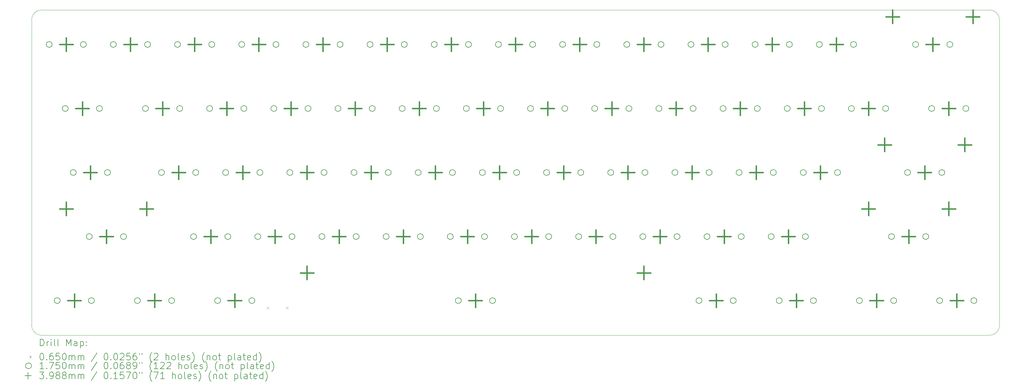
<source format=gbr>
%TF.GenerationSoftware,KiCad,Pcbnew,9.0.2*%
%TF.CreationDate,2025-06-22T01:03:53-04:00*%
%TF.ProjectId,pcb,7063622e-6b69-4636-9164-5f7063625858,rev?*%
%TF.SameCoordinates,Original*%
%TF.FileFunction,Drillmap*%
%TF.FilePolarity,Positive*%
%FSLAX45Y45*%
G04 Gerber Fmt 4.5, Leading zero omitted, Abs format (unit mm)*
G04 Created by KiCad (PCBNEW 9.0.2) date 2025-06-22 01:03:53*
%MOMM*%
%LPD*%
G01*
G04 APERTURE LIST*
%ADD10C,0.050000*%
%ADD11C,0.200000*%
%ADD12C,0.100000*%
%ADD13C,0.175000*%
%ADD14C,0.398780*%
G04 APERTURE END LIST*
D10*
X30241875Y-13273125D02*
G75*
G02*
X29941875Y-13573125I-300005J5D01*
G01*
X1808125Y-13573125D02*
G75*
G02*
X1508125Y-13273125I0J300000D01*
G01*
X29941875Y-3889375D02*
G75*
G02*
X30241875Y-4189375I-5J-300005D01*
G01*
X1508125Y-4189375D02*
G75*
G02*
X1808125Y-3889375I300000J0D01*
G01*
X30241875Y-4189375D02*
X30241875Y-13273125D01*
X29941875Y-13573125D02*
X1808125Y-13573125D01*
X1508125Y-13273125D02*
X1508125Y-4189375D01*
X1808125Y-3889375D02*
X29941875Y-3889375D01*
D11*
D12*
X8489125Y-12725000D02*
X8554125Y-12790000D01*
X8554125Y-12725000D02*
X8489125Y-12790000D01*
X9067125Y-12725000D02*
X9132125Y-12790000D01*
X9132125Y-12725000D02*
X9067125Y-12790000D01*
D13*
X2119092Y-4918802D02*
G75*
G02*
X1944092Y-4918802I-87500J0D01*
G01*
X1944092Y-4918802D02*
G75*
G02*
X2119092Y-4918802I87500J0D01*
G01*
X2357217Y-12538802D02*
G75*
G02*
X2182217Y-12538802I-87500J0D01*
G01*
X2182217Y-12538802D02*
G75*
G02*
X2357217Y-12538802I87500J0D01*
G01*
X2595342Y-6823802D02*
G75*
G02*
X2420342Y-6823802I-87500J0D01*
G01*
X2420342Y-6823802D02*
G75*
G02*
X2595342Y-6823802I87500J0D01*
G01*
X2833467Y-8728802D02*
G75*
G02*
X2658467Y-8728802I-87500J0D01*
G01*
X2658467Y-8728802D02*
G75*
G02*
X2833467Y-8728802I87500J0D01*
G01*
X3135092Y-4918802D02*
G75*
G02*
X2960092Y-4918802I-87500J0D01*
G01*
X2960092Y-4918802D02*
G75*
G02*
X3135092Y-4918802I87500J0D01*
G01*
X3309717Y-10633802D02*
G75*
G02*
X3134717Y-10633802I-87500J0D01*
G01*
X3134717Y-10633802D02*
G75*
G02*
X3309717Y-10633802I87500J0D01*
G01*
X3373217Y-12538802D02*
G75*
G02*
X3198217Y-12538802I-87500J0D01*
G01*
X3198217Y-12538802D02*
G75*
G02*
X3373217Y-12538802I87500J0D01*
G01*
X3611342Y-6823802D02*
G75*
G02*
X3436342Y-6823802I-87500J0D01*
G01*
X3436342Y-6823802D02*
G75*
G02*
X3611342Y-6823802I87500J0D01*
G01*
X3849467Y-8728802D02*
G75*
G02*
X3674467Y-8728802I-87500J0D01*
G01*
X3674467Y-8728802D02*
G75*
G02*
X3849467Y-8728802I87500J0D01*
G01*
X4024092Y-4918802D02*
G75*
G02*
X3849092Y-4918802I-87500J0D01*
G01*
X3849092Y-4918802D02*
G75*
G02*
X4024092Y-4918802I87500J0D01*
G01*
X4325717Y-10633802D02*
G75*
G02*
X4150717Y-10633802I-87500J0D01*
G01*
X4150717Y-10633802D02*
G75*
G02*
X4325717Y-10633802I87500J0D01*
G01*
X4738467Y-12538802D02*
G75*
G02*
X4563467Y-12538802I-87500J0D01*
G01*
X4563467Y-12538802D02*
G75*
G02*
X4738467Y-12538802I87500J0D01*
G01*
X4976592Y-6823802D02*
G75*
G02*
X4801592Y-6823802I-87500J0D01*
G01*
X4801592Y-6823802D02*
G75*
G02*
X4976592Y-6823802I87500J0D01*
G01*
X5040092Y-4918802D02*
G75*
G02*
X4865092Y-4918802I-87500J0D01*
G01*
X4865092Y-4918802D02*
G75*
G02*
X5040092Y-4918802I87500J0D01*
G01*
X5452842Y-8728802D02*
G75*
G02*
X5277842Y-8728802I-87500J0D01*
G01*
X5277842Y-8728802D02*
G75*
G02*
X5452842Y-8728802I87500J0D01*
G01*
X5754467Y-12538802D02*
G75*
G02*
X5579467Y-12538802I-87500J0D01*
G01*
X5579467Y-12538802D02*
G75*
G02*
X5754467Y-12538802I87500J0D01*
G01*
X5929092Y-4918802D02*
G75*
G02*
X5754092Y-4918802I-87500J0D01*
G01*
X5754092Y-4918802D02*
G75*
G02*
X5929092Y-4918802I87500J0D01*
G01*
X5992592Y-6823802D02*
G75*
G02*
X5817592Y-6823802I-87500J0D01*
G01*
X5817592Y-6823802D02*
G75*
G02*
X5992592Y-6823802I87500J0D01*
G01*
X6405342Y-10633802D02*
G75*
G02*
X6230342Y-10633802I-87500J0D01*
G01*
X6230342Y-10633802D02*
G75*
G02*
X6405342Y-10633802I87500J0D01*
G01*
X6468842Y-8728802D02*
G75*
G02*
X6293842Y-8728802I-87500J0D01*
G01*
X6293842Y-8728802D02*
G75*
G02*
X6468842Y-8728802I87500J0D01*
G01*
X6881592Y-6823802D02*
G75*
G02*
X6706592Y-6823802I-87500J0D01*
G01*
X6706592Y-6823802D02*
G75*
G02*
X6881592Y-6823802I87500J0D01*
G01*
X6945092Y-4918802D02*
G75*
G02*
X6770092Y-4918802I-87500J0D01*
G01*
X6770092Y-4918802D02*
G75*
G02*
X6945092Y-4918802I87500J0D01*
G01*
X7119717Y-12538802D02*
G75*
G02*
X6944717Y-12538802I-87500J0D01*
G01*
X6944717Y-12538802D02*
G75*
G02*
X7119717Y-12538802I87500J0D01*
G01*
X7357842Y-8728802D02*
G75*
G02*
X7182842Y-8728802I-87500J0D01*
G01*
X7182842Y-8728802D02*
G75*
G02*
X7357842Y-8728802I87500J0D01*
G01*
X7421342Y-10633802D02*
G75*
G02*
X7246342Y-10633802I-87500J0D01*
G01*
X7246342Y-10633802D02*
G75*
G02*
X7421342Y-10633802I87500J0D01*
G01*
X7834092Y-4918802D02*
G75*
G02*
X7659092Y-4918802I-87500J0D01*
G01*
X7659092Y-4918802D02*
G75*
G02*
X7834092Y-4918802I87500J0D01*
G01*
X7897592Y-6823802D02*
G75*
G02*
X7722592Y-6823802I-87500J0D01*
G01*
X7722592Y-6823802D02*
G75*
G02*
X7897592Y-6823802I87500J0D01*
G01*
X8135717Y-12538802D02*
G75*
G02*
X7960717Y-12538802I-87500J0D01*
G01*
X7960717Y-12538802D02*
G75*
G02*
X8135717Y-12538802I87500J0D01*
G01*
X8310342Y-10633802D02*
G75*
G02*
X8135342Y-10633802I-87500J0D01*
G01*
X8135342Y-10633802D02*
G75*
G02*
X8310342Y-10633802I87500J0D01*
G01*
X8373842Y-8728802D02*
G75*
G02*
X8198842Y-8728802I-87500J0D01*
G01*
X8198842Y-8728802D02*
G75*
G02*
X8373842Y-8728802I87500J0D01*
G01*
X8786592Y-6823802D02*
G75*
G02*
X8611592Y-6823802I-87500J0D01*
G01*
X8611592Y-6823802D02*
G75*
G02*
X8786592Y-6823802I87500J0D01*
G01*
X8850092Y-4918802D02*
G75*
G02*
X8675092Y-4918802I-87500J0D01*
G01*
X8675092Y-4918802D02*
G75*
G02*
X8850092Y-4918802I87500J0D01*
G01*
X9262842Y-8728802D02*
G75*
G02*
X9087842Y-8728802I-87500J0D01*
G01*
X9087842Y-8728802D02*
G75*
G02*
X9262842Y-8728802I87500J0D01*
G01*
X9326342Y-10633802D02*
G75*
G02*
X9151342Y-10633802I-87500J0D01*
G01*
X9151342Y-10633802D02*
G75*
G02*
X9326342Y-10633802I87500J0D01*
G01*
X9739092Y-4918802D02*
G75*
G02*
X9564092Y-4918802I-87500J0D01*
G01*
X9564092Y-4918802D02*
G75*
G02*
X9739092Y-4918802I87500J0D01*
G01*
X9802592Y-6823802D02*
G75*
G02*
X9627592Y-6823802I-87500J0D01*
G01*
X9627592Y-6823802D02*
G75*
G02*
X9802592Y-6823802I87500J0D01*
G01*
X10215342Y-10633802D02*
G75*
G02*
X10040342Y-10633802I-87500J0D01*
G01*
X10040342Y-10633802D02*
G75*
G02*
X10215342Y-10633802I87500J0D01*
G01*
X10278842Y-8728802D02*
G75*
G02*
X10103842Y-8728802I-87500J0D01*
G01*
X10103842Y-8728802D02*
G75*
G02*
X10278842Y-8728802I87500J0D01*
G01*
X10691592Y-6823802D02*
G75*
G02*
X10516592Y-6823802I-87500J0D01*
G01*
X10516592Y-6823802D02*
G75*
G02*
X10691592Y-6823802I87500J0D01*
G01*
X10755092Y-4918802D02*
G75*
G02*
X10580092Y-4918802I-87500J0D01*
G01*
X10580092Y-4918802D02*
G75*
G02*
X10755092Y-4918802I87500J0D01*
G01*
X11167842Y-8728802D02*
G75*
G02*
X10992842Y-8728802I-87500J0D01*
G01*
X10992842Y-8728802D02*
G75*
G02*
X11167842Y-8728802I87500J0D01*
G01*
X11231342Y-10633802D02*
G75*
G02*
X11056342Y-10633802I-87500J0D01*
G01*
X11056342Y-10633802D02*
G75*
G02*
X11231342Y-10633802I87500J0D01*
G01*
X11644092Y-4918802D02*
G75*
G02*
X11469092Y-4918802I-87500J0D01*
G01*
X11469092Y-4918802D02*
G75*
G02*
X11644092Y-4918802I87500J0D01*
G01*
X11707592Y-6823802D02*
G75*
G02*
X11532592Y-6823802I-87500J0D01*
G01*
X11532592Y-6823802D02*
G75*
G02*
X11707592Y-6823802I87500J0D01*
G01*
X12120342Y-10633802D02*
G75*
G02*
X11945342Y-10633802I-87500J0D01*
G01*
X11945342Y-10633802D02*
G75*
G02*
X12120342Y-10633802I87500J0D01*
G01*
X12183842Y-8728802D02*
G75*
G02*
X12008842Y-8728802I-87500J0D01*
G01*
X12008842Y-8728802D02*
G75*
G02*
X12183842Y-8728802I87500J0D01*
G01*
X12596592Y-6823802D02*
G75*
G02*
X12421592Y-6823802I-87500J0D01*
G01*
X12421592Y-6823802D02*
G75*
G02*
X12596592Y-6823802I87500J0D01*
G01*
X12660092Y-4918802D02*
G75*
G02*
X12485092Y-4918802I-87500J0D01*
G01*
X12485092Y-4918802D02*
G75*
G02*
X12660092Y-4918802I87500J0D01*
G01*
X13072842Y-8728802D02*
G75*
G02*
X12897842Y-8728802I-87500J0D01*
G01*
X12897842Y-8728802D02*
G75*
G02*
X13072842Y-8728802I87500J0D01*
G01*
X13136342Y-10633802D02*
G75*
G02*
X12961342Y-10633802I-87500J0D01*
G01*
X12961342Y-10633802D02*
G75*
G02*
X13136342Y-10633802I87500J0D01*
G01*
X13549092Y-4918802D02*
G75*
G02*
X13374092Y-4918802I-87500J0D01*
G01*
X13374092Y-4918802D02*
G75*
G02*
X13549092Y-4918802I87500J0D01*
G01*
X13612592Y-6823802D02*
G75*
G02*
X13437592Y-6823802I-87500J0D01*
G01*
X13437592Y-6823802D02*
G75*
G02*
X13612592Y-6823802I87500J0D01*
G01*
X14025342Y-10633802D02*
G75*
G02*
X13850342Y-10633802I-87500J0D01*
G01*
X13850342Y-10633802D02*
G75*
G02*
X14025342Y-10633802I87500J0D01*
G01*
X14088842Y-8728802D02*
G75*
G02*
X13913842Y-8728802I-87500J0D01*
G01*
X13913842Y-8728802D02*
G75*
G02*
X14088842Y-8728802I87500J0D01*
G01*
X14263467Y-12538802D02*
G75*
G02*
X14088467Y-12538802I-87500J0D01*
G01*
X14088467Y-12538802D02*
G75*
G02*
X14263467Y-12538802I87500J0D01*
G01*
X14501592Y-6823802D02*
G75*
G02*
X14326592Y-6823802I-87500J0D01*
G01*
X14326592Y-6823802D02*
G75*
G02*
X14501592Y-6823802I87500J0D01*
G01*
X14565092Y-4918802D02*
G75*
G02*
X14390092Y-4918802I-87500J0D01*
G01*
X14390092Y-4918802D02*
G75*
G02*
X14565092Y-4918802I87500J0D01*
G01*
X14977842Y-8728802D02*
G75*
G02*
X14802842Y-8728802I-87500J0D01*
G01*
X14802842Y-8728802D02*
G75*
G02*
X14977842Y-8728802I87500J0D01*
G01*
X15041342Y-10633802D02*
G75*
G02*
X14866342Y-10633802I-87500J0D01*
G01*
X14866342Y-10633802D02*
G75*
G02*
X15041342Y-10633802I87500J0D01*
G01*
X15279467Y-12538802D02*
G75*
G02*
X15104467Y-12538802I-87500J0D01*
G01*
X15104467Y-12538802D02*
G75*
G02*
X15279467Y-12538802I87500J0D01*
G01*
X15454092Y-4918802D02*
G75*
G02*
X15279092Y-4918802I-87500J0D01*
G01*
X15279092Y-4918802D02*
G75*
G02*
X15454092Y-4918802I87500J0D01*
G01*
X15517592Y-6823802D02*
G75*
G02*
X15342592Y-6823802I-87500J0D01*
G01*
X15342592Y-6823802D02*
G75*
G02*
X15517592Y-6823802I87500J0D01*
G01*
X15930342Y-10633802D02*
G75*
G02*
X15755342Y-10633802I-87500J0D01*
G01*
X15755342Y-10633802D02*
G75*
G02*
X15930342Y-10633802I87500J0D01*
G01*
X15993842Y-8728802D02*
G75*
G02*
X15818842Y-8728802I-87500J0D01*
G01*
X15818842Y-8728802D02*
G75*
G02*
X15993842Y-8728802I87500J0D01*
G01*
X16406592Y-6823802D02*
G75*
G02*
X16231592Y-6823802I-87500J0D01*
G01*
X16231592Y-6823802D02*
G75*
G02*
X16406592Y-6823802I87500J0D01*
G01*
X16470092Y-4918802D02*
G75*
G02*
X16295092Y-4918802I-87500J0D01*
G01*
X16295092Y-4918802D02*
G75*
G02*
X16470092Y-4918802I87500J0D01*
G01*
X16882842Y-8728802D02*
G75*
G02*
X16707842Y-8728802I-87500J0D01*
G01*
X16707842Y-8728802D02*
G75*
G02*
X16882842Y-8728802I87500J0D01*
G01*
X16946342Y-10633802D02*
G75*
G02*
X16771342Y-10633802I-87500J0D01*
G01*
X16771342Y-10633802D02*
G75*
G02*
X16946342Y-10633802I87500J0D01*
G01*
X17359092Y-4918802D02*
G75*
G02*
X17184092Y-4918802I-87500J0D01*
G01*
X17184092Y-4918802D02*
G75*
G02*
X17359092Y-4918802I87500J0D01*
G01*
X17422592Y-6823802D02*
G75*
G02*
X17247592Y-6823802I-87500J0D01*
G01*
X17247592Y-6823802D02*
G75*
G02*
X17422592Y-6823802I87500J0D01*
G01*
X17835342Y-10633802D02*
G75*
G02*
X17660342Y-10633802I-87500J0D01*
G01*
X17660342Y-10633802D02*
G75*
G02*
X17835342Y-10633802I87500J0D01*
G01*
X17898842Y-8728802D02*
G75*
G02*
X17723842Y-8728802I-87500J0D01*
G01*
X17723842Y-8728802D02*
G75*
G02*
X17898842Y-8728802I87500J0D01*
G01*
X18311592Y-6823802D02*
G75*
G02*
X18136592Y-6823802I-87500J0D01*
G01*
X18136592Y-6823802D02*
G75*
G02*
X18311592Y-6823802I87500J0D01*
G01*
X18375092Y-4918802D02*
G75*
G02*
X18200092Y-4918802I-87500J0D01*
G01*
X18200092Y-4918802D02*
G75*
G02*
X18375092Y-4918802I87500J0D01*
G01*
X18787842Y-8728802D02*
G75*
G02*
X18612842Y-8728802I-87500J0D01*
G01*
X18612842Y-8728802D02*
G75*
G02*
X18787842Y-8728802I87500J0D01*
G01*
X18851342Y-10633802D02*
G75*
G02*
X18676342Y-10633802I-87500J0D01*
G01*
X18676342Y-10633802D02*
G75*
G02*
X18851342Y-10633802I87500J0D01*
G01*
X19264092Y-4918802D02*
G75*
G02*
X19089092Y-4918802I-87500J0D01*
G01*
X19089092Y-4918802D02*
G75*
G02*
X19264092Y-4918802I87500J0D01*
G01*
X19327592Y-6823802D02*
G75*
G02*
X19152592Y-6823802I-87500J0D01*
G01*
X19152592Y-6823802D02*
G75*
G02*
X19327592Y-6823802I87500J0D01*
G01*
X19740342Y-10633802D02*
G75*
G02*
X19565342Y-10633802I-87500J0D01*
G01*
X19565342Y-10633802D02*
G75*
G02*
X19740342Y-10633802I87500J0D01*
G01*
X19803842Y-8728802D02*
G75*
G02*
X19628842Y-8728802I-87500J0D01*
G01*
X19628842Y-8728802D02*
G75*
G02*
X19803842Y-8728802I87500J0D01*
G01*
X20216592Y-6823802D02*
G75*
G02*
X20041592Y-6823802I-87500J0D01*
G01*
X20041592Y-6823802D02*
G75*
G02*
X20216592Y-6823802I87500J0D01*
G01*
X20280092Y-4918802D02*
G75*
G02*
X20105092Y-4918802I-87500J0D01*
G01*
X20105092Y-4918802D02*
G75*
G02*
X20280092Y-4918802I87500J0D01*
G01*
X20692842Y-8728802D02*
G75*
G02*
X20517842Y-8728802I-87500J0D01*
G01*
X20517842Y-8728802D02*
G75*
G02*
X20692842Y-8728802I87500J0D01*
G01*
X20756342Y-10633802D02*
G75*
G02*
X20581342Y-10633802I-87500J0D01*
G01*
X20581342Y-10633802D02*
G75*
G02*
X20756342Y-10633802I87500J0D01*
G01*
X21169092Y-4918802D02*
G75*
G02*
X20994092Y-4918802I-87500J0D01*
G01*
X20994092Y-4918802D02*
G75*
G02*
X21169092Y-4918802I87500J0D01*
G01*
X21232592Y-6823802D02*
G75*
G02*
X21057592Y-6823802I-87500J0D01*
G01*
X21057592Y-6823802D02*
G75*
G02*
X21232592Y-6823802I87500J0D01*
G01*
X21407217Y-12538802D02*
G75*
G02*
X21232217Y-12538802I-87500J0D01*
G01*
X21232217Y-12538802D02*
G75*
G02*
X21407217Y-12538802I87500J0D01*
G01*
X21645342Y-10633802D02*
G75*
G02*
X21470342Y-10633802I-87500J0D01*
G01*
X21470342Y-10633802D02*
G75*
G02*
X21645342Y-10633802I87500J0D01*
G01*
X21708842Y-8728802D02*
G75*
G02*
X21533842Y-8728802I-87500J0D01*
G01*
X21533842Y-8728802D02*
G75*
G02*
X21708842Y-8728802I87500J0D01*
G01*
X22121592Y-6823802D02*
G75*
G02*
X21946592Y-6823802I-87500J0D01*
G01*
X21946592Y-6823802D02*
G75*
G02*
X22121592Y-6823802I87500J0D01*
G01*
X22185092Y-4918802D02*
G75*
G02*
X22010092Y-4918802I-87500J0D01*
G01*
X22010092Y-4918802D02*
G75*
G02*
X22185092Y-4918802I87500J0D01*
G01*
X22423217Y-12538802D02*
G75*
G02*
X22248217Y-12538802I-87500J0D01*
G01*
X22248217Y-12538802D02*
G75*
G02*
X22423217Y-12538802I87500J0D01*
G01*
X22597842Y-8728802D02*
G75*
G02*
X22422842Y-8728802I-87500J0D01*
G01*
X22422842Y-8728802D02*
G75*
G02*
X22597842Y-8728802I87500J0D01*
G01*
X22661342Y-10633802D02*
G75*
G02*
X22486342Y-10633802I-87500J0D01*
G01*
X22486342Y-10633802D02*
G75*
G02*
X22661342Y-10633802I87500J0D01*
G01*
X23074092Y-4918802D02*
G75*
G02*
X22899092Y-4918802I-87500J0D01*
G01*
X22899092Y-4918802D02*
G75*
G02*
X23074092Y-4918802I87500J0D01*
G01*
X23137592Y-6823802D02*
G75*
G02*
X22962592Y-6823802I-87500J0D01*
G01*
X22962592Y-6823802D02*
G75*
G02*
X23137592Y-6823802I87500J0D01*
G01*
X23550342Y-10633802D02*
G75*
G02*
X23375342Y-10633802I-87500J0D01*
G01*
X23375342Y-10633802D02*
G75*
G02*
X23550342Y-10633802I87500J0D01*
G01*
X23613842Y-8728802D02*
G75*
G02*
X23438842Y-8728802I-87500J0D01*
G01*
X23438842Y-8728802D02*
G75*
G02*
X23613842Y-8728802I87500J0D01*
G01*
X23788467Y-12538802D02*
G75*
G02*
X23613467Y-12538802I-87500J0D01*
G01*
X23613467Y-12538802D02*
G75*
G02*
X23788467Y-12538802I87500J0D01*
G01*
X24026592Y-6823802D02*
G75*
G02*
X23851592Y-6823802I-87500J0D01*
G01*
X23851592Y-6823802D02*
G75*
G02*
X24026592Y-6823802I87500J0D01*
G01*
X24090092Y-4918802D02*
G75*
G02*
X23915092Y-4918802I-87500J0D01*
G01*
X23915092Y-4918802D02*
G75*
G02*
X24090092Y-4918802I87500J0D01*
G01*
X24502842Y-8728802D02*
G75*
G02*
X24327842Y-8728802I-87500J0D01*
G01*
X24327842Y-8728802D02*
G75*
G02*
X24502842Y-8728802I87500J0D01*
G01*
X24566342Y-10633802D02*
G75*
G02*
X24391342Y-10633802I-87500J0D01*
G01*
X24391342Y-10633802D02*
G75*
G02*
X24566342Y-10633802I87500J0D01*
G01*
X24804467Y-12538802D02*
G75*
G02*
X24629467Y-12538802I-87500J0D01*
G01*
X24629467Y-12538802D02*
G75*
G02*
X24804467Y-12538802I87500J0D01*
G01*
X24979092Y-4918802D02*
G75*
G02*
X24804092Y-4918802I-87500J0D01*
G01*
X24804092Y-4918802D02*
G75*
G02*
X24979092Y-4918802I87500J0D01*
G01*
X25042592Y-6823802D02*
G75*
G02*
X24867592Y-6823802I-87500J0D01*
G01*
X24867592Y-6823802D02*
G75*
G02*
X25042592Y-6823802I87500J0D01*
G01*
X25518842Y-8728802D02*
G75*
G02*
X25343842Y-8728802I-87500J0D01*
G01*
X25343842Y-8728802D02*
G75*
G02*
X25518842Y-8728802I87500J0D01*
G01*
X25931592Y-6823802D02*
G75*
G02*
X25756592Y-6823802I-87500J0D01*
G01*
X25756592Y-6823802D02*
G75*
G02*
X25931592Y-6823802I87500J0D01*
G01*
X25995092Y-4918802D02*
G75*
G02*
X25820092Y-4918802I-87500J0D01*
G01*
X25820092Y-4918802D02*
G75*
G02*
X25995092Y-4918802I87500J0D01*
G01*
X26169717Y-12538802D02*
G75*
G02*
X25994717Y-12538802I-87500J0D01*
G01*
X25994717Y-12538802D02*
G75*
G02*
X26169717Y-12538802I87500J0D01*
G01*
X26947592Y-6823802D02*
G75*
G02*
X26772592Y-6823802I-87500J0D01*
G01*
X26772592Y-6823802D02*
G75*
G02*
X26947592Y-6823802I87500J0D01*
G01*
X27122217Y-10633802D02*
G75*
G02*
X26947217Y-10633802I-87500J0D01*
G01*
X26947217Y-10633802D02*
G75*
G02*
X27122217Y-10633802I87500J0D01*
G01*
X27185717Y-12538802D02*
G75*
G02*
X27010717Y-12538802I-87500J0D01*
G01*
X27010717Y-12538802D02*
G75*
G02*
X27185717Y-12538802I87500J0D01*
G01*
X27598467Y-8728802D02*
G75*
G02*
X27423467Y-8728802I-87500J0D01*
G01*
X27423467Y-8728802D02*
G75*
G02*
X27598467Y-8728802I87500J0D01*
G01*
X27836592Y-4918802D02*
G75*
G02*
X27661592Y-4918802I-87500J0D01*
G01*
X27661592Y-4918802D02*
G75*
G02*
X27836592Y-4918802I87500J0D01*
G01*
X28138217Y-10633802D02*
G75*
G02*
X27963217Y-10633802I-87500J0D01*
G01*
X27963217Y-10633802D02*
G75*
G02*
X28138217Y-10633802I87500J0D01*
G01*
X28312842Y-6823802D02*
G75*
G02*
X28137842Y-6823802I-87500J0D01*
G01*
X28137842Y-6823802D02*
G75*
G02*
X28312842Y-6823802I87500J0D01*
G01*
X28550967Y-12538802D02*
G75*
G02*
X28375967Y-12538802I-87500J0D01*
G01*
X28375967Y-12538802D02*
G75*
G02*
X28550967Y-12538802I87500J0D01*
G01*
X28614467Y-8728802D02*
G75*
G02*
X28439467Y-8728802I-87500J0D01*
G01*
X28439467Y-8728802D02*
G75*
G02*
X28614467Y-8728802I87500J0D01*
G01*
X28852592Y-4918802D02*
G75*
G02*
X28677592Y-4918802I-87500J0D01*
G01*
X28677592Y-4918802D02*
G75*
G02*
X28852592Y-4918802I87500J0D01*
G01*
X29328842Y-6823802D02*
G75*
G02*
X29153842Y-6823802I-87500J0D01*
G01*
X29153842Y-6823802D02*
G75*
G02*
X29328842Y-6823802I87500J0D01*
G01*
X29566967Y-12538802D02*
G75*
G02*
X29391967Y-12538802I-87500J0D01*
G01*
X29391967Y-12538802D02*
G75*
G02*
X29566967Y-12538802I87500J0D01*
G01*
D14*
X2539592Y-9608912D02*
X2539592Y-10007692D01*
X2340202Y-9808302D02*
X2738982Y-9808302D01*
X2539592Y-4719412D02*
X2539592Y-5118192D01*
X2340202Y-4918802D02*
X2738982Y-4918802D01*
X2777717Y-12339412D02*
X2777717Y-12738192D01*
X2578327Y-12538802D02*
X2977107Y-12538802D01*
X3015842Y-6624412D02*
X3015842Y-7023192D01*
X2816452Y-6823802D02*
X3215232Y-6823802D01*
X3253967Y-8529412D02*
X3253967Y-8928192D01*
X3054577Y-8728802D02*
X3453357Y-8728802D01*
X3730217Y-10434412D02*
X3730217Y-10833192D01*
X3530827Y-10633802D02*
X3929607Y-10633802D01*
X4444592Y-4719412D02*
X4444592Y-5118192D01*
X4245202Y-4918802D02*
X4643982Y-4918802D01*
X4920842Y-9608912D02*
X4920842Y-10007692D01*
X4721452Y-9808302D02*
X5120232Y-9808302D01*
X5158967Y-12339412D02*
X5158967Y-12738192D01*
X4959577Y-12538802D02*
X5358357Y-12538802D01*
X5397092Y-6624412D02*
X5397092Y-7023192D01*
X5197702Y-6823802D02*
X5596482Y-6823802D01*
X5873342Y-8529412D02*
X5873342Y-8928192D01*
X5673952Y-8728802D02*
X6072732Y-8728802D01*
X6349592Y-4719412D02*
X6349592Y-5118192D01*
X6150202Y-4918802D02*
X6548982Y-4918802D01*
X6825842Y-10434412D02*
X6825842Y-10833192D01*
X6626452Y-10633802D02*
X7025232Y-10633802D01*
X7302092Y-6624412D02*
X7302092Y-7023192D01*
X7102702Y-6823802D02*
X7501482Y-6823802D01*
X7540217Y-12339412D02*
X7540217Y-12738192D01*
X7340827Y-12538802D02*
X7739607Y-12538802D01*
X7778342Y-8529412D02*
X7778342Y-8928192D01*
X7578952Y-8728802D02*
X7977732Y-8728802D01*
X8254592Y-4719412D02*
X8254592Y-5118192D01*
X8055202Y-4918802D02*
X8453982Y-4918802D01*
X8730842Y-10434412D02*
X8730842Y-10833192D01*
X8531452Y-10633802D02*
X8930232Y-10633802D01*
X9207092Y-6624412D02*
X9207092Y-7023192D01*
X9007702Y-6823802D02*
X9406482Y-6823802D01*
X9683342Y-8529412D02*
X9683342Y-8928192D01*
X9483952Y-8728802D02*
X9882732Y-8728802D01*
X9683342Y-11513912D02*
X9683342Y-11912692D01*
X9483952Y-11713302D02*
X9882732Y-11713302D01*
X10159592Y-4719412D02*
X10159592Y-5118192D01*
X9960202Y-4918802D02*
X10358982Y-4918802D01*
X10635842Y-10434412D02*
X10635842Y-10833192D01*
X10436452Y-10633802D02*
X10835232Y-10633802D01*
X11112092Y-6624412D02*
X11112092Y-7023192D01*
X10912702Y-6823802D02*
X11311482Y-6823802D01*
X11588342Y-8529412D02*
X11588342Y-8928192D01*
X11388952Y-8728802D02*
X11787732Y-8728802D01*
X12064592Y-4719412D02*
X12064592Y-5118192D01*
X11865202Y-4918802D02*
X12263982Y-4918802D01*
X12540842Y-10434412D02*
X12540842Y-10833192D01*
X12341452Y-10633802D02*
X12740232Y-10633802D01*
X13017092Y-6624412D02*
X13017092Y-7023192D01*
X12817702Y-6823802D02*
X13216482Y-6823802D01*
X13493342Y-8529412D02*
X13493342Y-8928192D01*
X13293952Y-8728802D02*
X13692732Y-8728802D01*
X13969592Y-4719412D02*
X13969592Y-5118192D01*
X13770202Y-4918802D02*
X14168982Y-4918802D01*
X14445842Y-10434412D02*
X14445842Y-10833192D01*
X14246452Y-10633802D02*
X14645232Y-10633802D01*
X14683967Y-12339412D02*
X14683967Y-12738192D01*
X14484577Y-12538802D02*
X14883357Y-12538802D01*
X14922092Y-6624412D02*
X14922092Y-7023192D01*
X14722702Y-6823802D02*
X15121482Y-6823802D01*
X15398342Y-8529412D02*
X15398342Y-8928192D01*
X15198952Y-8728802D02*
X15597732Y-8728802D01*
X15874592Y-4719412D02*
X15874592Y-5118192D01*
X15675202Y-4918802D02*
X16073982Y-4918802D01*
X16350842Y-10434412D02*
X16350842Y-10833192D01*
X16151452Y-10633802D02*
X16550232Y-10633802D01*
X16827092Y-6624412D02*
X16827092Y-7023192D01*
X16627702Y-6823802D02*
X17026482Y-6823802D01*
X17303342Y-8529412D02*
X17303342Y-8928192D01*
X17103952Y-8728802D02*
X17502732Y-8728802D01*
X17779592Y-4719412D02*
X17779592Y-5118192D01*
X17580202Y-4918802D02*
X17978982Y-4918802D01*
X18255842Y-10434412D02*
X18255842Y-10833192D01*
X18056452Y-10633802D02*
X18455232Y-10633802D01*
X18732092Y-6624412D02*
X18732092Y-7023192D01*
X18532702Y-6823802D02*
X18931482Y-6823802D01*
X19208342Y-8529412D02*
X19208342Y-8928192D01*
X19008952Y-8728802D02*
X19407732Y-8728802D01*
X19684592Y-4719412D02*
X19684592Y-5118192D01*
X19485202Y-4918802D02*
X19883982Y-4918802D01*
X19684592Y-11513912D02*
X19684592Y-11912692D01*
X19485202Y-11713302D02*
X19883982Y-11713302D01*
X20160842Y-10434412D02*
X20160842Y-10833192D01*
X19961452Y-10633802D02*
X20360232Y-10633802D01*
X20637092Y-6624412D02*
X20637092Y-7023192D01*
X20437702Y-6823802D02*
X20836482Y-6823802D01*
X21113342Y-8529412D02*
X21113342Y-8928192D01*
X20913952Y-8728802D02*
X21312732Y-8728802D01*
X21589592Y-4719412D02*
X21589592Y-5118192D01*
X21390202Y-4918802D02*
X21788982Y-4918802D01*
X21827717Y-12339412D02*
X21827717Y-12738192D01*
X21628327Y-12538802D02*
X22027107Y-12538802D01*
X22065842Y-10434412D02*
X22065842Y-10833192D01*
X21866452Y-10633802D02*
X22265232Y-10633802D01*
X22542092Y-6624412D02*
X22542092Y-7023192D01*
X22342702Y-6823802D02*
X22741482Y-6823802D01*
X23018342Y-8529412D02*
X23018342Y-8928192D01*
X22818952Y-8728802D02*
X23217732Y-8728802D01*
X23494592Y-4719412D02*
X23494592Y-5118192D01*
X23295202Y-4918802D02*
X23693982Y-4918802D01*
X23970842Y-10434412D02*
X23970842Y-10833192D01*
X23771452Y-10633802D02*
X24170232Y-10633802D01*
X24208967Y-12339412D02*
X24208967Y-12738192D01*
X24009577Y-12538802D02*
X24408357Y-12538802D01*
X24447092Y-6624412D02*
X24447092Y-7023192D01*
X24247702Y-6823802D02*
X24646482Y-6823802D01*
X24923342Y-8529412D02*
X24923342Y-8928192D01*
X24723952Y-8728802D02*
X25122732Y-8728802D01*
X25399592Y-4719412D02*
X25399592Y-5118192D01*
X25200202Y-4918802D02*
X25598982Y-4918802D01*
X26352092Y-9608912D02*
X26352092Y-10007692D01*
X26152702Y-9808302D02*
X26551482Y-9808302D01*
X26352092Y-6624412D02*
X26352092Y-7023192D01*
X26152702Y-6823802D02*
X26551482Y-6823802D01*
X26590217Y-12339412D02*
X26590217Y-12738192D01*
X26390827Y-12538802D02*
X26789607Y-12538802D01*
X26828342Y-7703912D02*
X26828342Y-8102692D01*
X26628952Y-7903302D02*
X27027732Y-7903302D01*
X27066467Y-3893912D02*
X27066467Y-4292692D01*
X26867077Y-4093302D02*
X27265857Y-4093302D01*
X27542717Y-10434412D02*
X27542717Y-10833192D01*
X27343327Y-10633802D02*
X27742107Y-10633802D01*
X28018967Y-8529412D02*
X28018967Y-8928192D01*
X27819577Y-8728802D02*
X28218357Y-8728802D01*
X28257092Y-4719412D02*
X28257092Y-5118192D01*
X28057702Y-4918802D02*
X28456482Y-4918802D01*
X28733342Y-6624412D02*
X28733342Y-7023192D01*
X28533952Y-6823802D02*
X28932732Y-6823802D01*
X28733342Y-9608912D02*
X28733342Y-10007692D01*
X28533952Y-9808302D02*
X28932732Y-9808302D01*
X28971467Y-12339412D02*
X28971467Y-12738192D01*
X28772077Y-12538802D02*
X29170857Y-12538802D01*
X29209592Y-7703912D02*
X29209592Y-8102692D01*
X29010202Y-7903302D02*
X29408982Y-7903302D01*
X29447717Y-3893912D02*
X29447717Y-4292692D01*
X29248327Y-4093302D02*
X29647107Y-4093302D01*
D11*
X1766402Y-13887109D02*
X1766402Y-13687109D01*
X1766402Y-13687109D02*
X1814021Y-13687109D01*
X1814021Y-13687109D02*
X1842592Y-13696633D01*
X1842592Y-13696633D02*
X1861640Y-13715680D01*
X1861640Y-13715680D02*
X1871164Y-13734728D01*
X1871164Y-13734728D02*
X1880687Y-13772823D01*
X1880687Y-13772823D02*
X1880687Y-13801394D01*
X1880687Y-13801394D02*
X1871164Y-13839490D01*
X1871164Y-13839490D02*
X1861640Y-13858537D01*
X1861640Y-13858537D02*
X1842592Y-13877585D01*
X1842592Y-13877585D02*
X1814021Y-13887109D01*
X1814021Y-13887109D02*
X1766402Y-13887109D01*
X1966402Y-13887109D02*
X1966402Y-13753775D01*
X1966402Y-13791871D02*
X1975926Y-13772823D01*
X1975926Y-13772823D02*
X1985449Y-13763299D01*
X1985449Y-13763299D02*
X2004497Y-13753775D01*
X2004497Y-13753775D02*
X2023545Y-13753775D01*
X2090211Y-13887109D02*
X2090211Y-13753775D01*
X2090211Y-13687109D02*
X2080687Y-13696633D01*
X2080687Y-13696633D02*
X2090211Y-13706156D01*
X2090211Y-13706156D02*
X2099735Y-13696633D01*
X2099735Y-13696633D02*
X2090211Y-13687109D01*
X2090211Y-13687109D02*
X2090211Y-13706156D01*
X2214021Y-13887109D02*
X2194973Y-13877585D01*
X2194973Y-13877585D02*
X2185449Y-13858537D01*
X2185449Y-13858537D02*
X2185449Y-13687109D01*
X2318783Y-13887109D02*
X2299735Y-13877585D01*
X2299735Y-13877585D02*
X2290211Y-13858537D01*
X2290211Y-13858537D02*
X2290211Y-13687109D01*
X2547354Y-13887109D02*
X2547354Y-13687109D01*
X2547354Y-13687109D02*
X2614021Y-13829966D01*
X2614021Y-13829966D02*
X2680688Y-13687109D01*
X2680688Y-13687109D02*
X2680688Y-13887109D01*
X2861640Y-13887109D02*
X2861640Y-13782347D01*
X2861640Y-13782347D02*
X2852116Y-13763299D01*
X2852116Y-13763299D02*
X2833068Y-13753775D01*
X2833068Y-13753775D02*
X2794973Y-13753775D01*
X2794973Y-13753775D02*
X2775926Y-13763299D01*
X2861640Y-13877585D02*
X2842592Y-13887109D01*
X2842592Y-13887109D02*
X2794973Y-13887109D01*
X2794973Y-13887109D02*
X2775926Y-13877585D01*
X2775926Y-13877585D02*
X2766402Y-13858537D01*
X2766402Y-13858537D02*
X2766402Y-13839490D01*
X2766402Y-13839490D02*
X2775926Y-13820442D01*
X2775926Y-13820442D02*
X2794973Y-13810918D01*
X2794973Y-13810918D02*
X2842592Y-13810918D01*
X2842592Y-13810918D02*
X2861640Y-13801394D01*
X2956878Y-13753775D02*
X2956878Y-13953775D01*
X2956878Y-13763299D02*
X2975926Y-13753775D01*
X2975926Y-13753775D02*
X3014021Y-13753775D01*
X3014021Y-13753775D02*
X3033068Y-13763299D01*
X3033068Y-13763299D02*
X3042592Y-13772823D01*
X3042592Y-13772823D02*
X3052116Y-13791871D01*
X3052116Y-13791871D02*
X3052116Y-13849013D01*
X3052116Y-13849013D02*
X3042592Y-13868061D01*
X3042592Y-13868061D02*
X3033068Y-13877585D01*
X3033068Y-13877585D02*
X3014021Y-13887109D01*
X3014021Y-13887109D02*
X2975926Y-13887109D01*
X2975926Y-13887109D02*
X2956878Y-13877585D01*
X3137830Y-13868061D02*
X3147354Y-13877585D01*
X3147354Y-13877585D02*
X3137830Y-13887109D01*
X3137830Y-13887109D02*
X3128307Y-13877585D01*
X3128307Y-13877585D02*
X3137830Y-13868061D01*
X3137830Y-13868061D02*
X3137830Y-13887109D01*
X3137830Y-13763299D02*
X3147354Y-13772823D01*
X3147354Y-13772823D02*
X3137830Y-13782347D01*
X3137830Y-13782347D02*
X3128307Y-13772823D01*
X3128307Y-13772823D02*
X3137830Y-13763299D01*
X3137830Y-13763299D02*
X3137830Y-13782347D01*
D12*
X1440625Y-14183125D02*
X1505625Y-14248125D01*
X1505625Y-14183125D02*
X1440625Y-14248125D01*
D11*
X1804497Y-14107109D02*
X1823545Y-14107109D01*
X1823545Y-14107109D02*
X1842592Y-14116633D01*
X1842592Y-14116633D02*
X1852116Y-14126156D01*
X1852116Y-14126156D02*
X1861640Y-14145204D01*
X1861640Y-14145204D02*
X1871164Y-14183299D01*
X1871164Y-14183299D02*
X1871164Y-14230918D01*
X1871164Y-14230918D02*
X1861640Y-14269013D01*
X1861640Y-14269013D02*
X1852116Y-14288061D01*
X1852116Y-14288061D02*
X1842592Y-14297585D01*
X1842592Y-14297585D02*
X1823545Y-14307109D01*
X1823545Y-14307109D02*
X1804497Y-14307109D01*
X1804497Y-14307109D02*
X1785449Y-14297585D01*
X1785449Y-14297585D02*
X1775926Y-14288061D01*
X1775926Y-14288061D02*
X1766402Y-14269013D01*
X1766402Y-14269013D02*
X1756878Y-14230918D01*
X1756878Y-14230918D02*
X1756878Y-14183299D01*
X1756878Y-14183299D02*
X1766402Y-14145204D01*
X1766402Y-14145204D02*
X1775926Y-14126156D01*
X1775926Y-14126156D02*
X1785449Y-14116633D01*
X1785449Y-14116633D02*
X1804497Y-14107109D01*
X1956878Y-14288061D02*
X1966402Y-14297585D01*
X1966402Y-14297585D02*
X1956878Y-14307109D01*
X1956878Y-14307109D02*
X1947354Y-14297585D01*
X1947354Y-14297585D02*
X1956878Y-14288061D01*
X1956878Y-14288061D02*
X1956878Y-14307109D01*
X2137830Y-14107109D02*
X2099735Y-14107109D01*
X2099735Y-14107109D02*
X2080687Y-14116633D01*
X2080687Y-14116633D02*
X2071164Y-14126156D01*
X2071164Y-14126156D02*
X2052116Y-14154728D01*
X2052116Y-14154728D02*
X2042592Y-14192823D01*
X2042592Y-14192823D02*
X2042592Y-14269013D01*
X2042592Y-14269013D02*
X2052116Y-14288061D01*
X2052116Y-14288061D02*
X2061640Y-14297585D01*
X2061640Y-14297585D02*
X2080687Y-14307109D01*
X2080687Y-14307109D02*
X2118783Y-14307109D01*
X2118783Y-14307109D02*
X2137830Y-14297585D01*
X2137830Y-14297585D02*
X2147354Y-14288061D01*
X2147354Y-14288061D02*
X2156878Y-14269013D01*
X2156878Y-14269013D02*
X2156878Y-14221394D01*
X2156878Y-14221394D02*
X2147354Y-14202347D01*
X2147354Y-14202347D02*
X2137830Y-14192823D01*
X2137830Y-14192823D02*
X2118783Y-14183299D01*
X2118783Y-14183299D02*
X2080687Y-14183299D01*
X2080687Y-14183299D02*
X2061640Y-14192823D01*
X2061640Y-14192823D02*
X2052116Y-14202347D01*
X2052116Y-14202347D02*
X2042592Y-14221394D01*
X2337830Y-14107109D02*
X2242592Y-14107109D01*
X2242592Y-14107109D02*
X2233069Y-14202347D01*
X2233069Y-14202347D02*
X2242592Y-14192823D01*
X2242592Y-14192823D02*
X2261640Y-14183299D01*
X2261640Y-14183299D02*
X2309259Y-14183299D01*
X2309259Y-14183299D02*
X2328307Y-14192823D01*
X2328307Y-14192823D02*
X2337830Y-14202347D01*
X2337830Y-14202347D02*
X2347354Y-14221394D01*
X2347354Y-14221394D02*
X2347354Y-14269013D01*
X2347354Y-14269013D02*
X2337830Y-14288061D01*
X2337830Y-14288061D02*
X2328307Y-14297585D01*
X2328307Y-14297585D02*
X2309259Y-14307109D01*
X2309259Y-14307109D02*
X2261640Y-14307109D01*
X2261640Y-14307109D02*
X2242592Y-14297585D01*
X2242592Y-14297585D02*
X2233069Y-14288061D01*
X2471164Y-14107109D02*
X2490211Y-14107109D01*
X2490211Y-14107109D02*
X2509259Y-14116633D01*
X2509259Y-14116633D02*
X2518783Y-14126156D01*
X2518783Y-14126156D02*
X2528307Y-14145204D01*
X2528307Y-14145204D02*
X2537830Y-14183299D01*
X2537830Y-14183299D02*
X2537830Y-14230918D01*
X2537830Y-14230918D02*
X2528307Y-14269013D01*
X2528307Y-14269013D02*
X2518783Y-14288061D01*
X2518783Y-14288061D02*
X2509259Y-14297585D01*
X2509259Y-14297585D02*
X2490211Y-14307109D01*
X2490211Y-14307109D02*
X2471164Y-14307109D01*
X2471164Y-14307109D02*
X2452116Y-14297585D01*
X2452116Y-14297585D02*
X2442592Y-14288061D01*
X2442592Y-14288061D02*
X2433069Y-14269013D01*
X2433069Y-14269013D02*
X2423545Y-14230918D01*
X2423545Y-14230918D02*
X2423545Y-14183299D01*
X2423545Y-14183299D02*
X2433069Y-14145204D01*
X2433069Y-14145204D02*
X2442592Y-14126156D01*
X2442592Y-14126156D02*
X2452116Y-14116633D01*
X2452116Y-14116633D02*
X2471164Y-14107109D01*
X2623545Y-14307109D02*
X2623545Y-14173775D01*
X2623545Y-14192823D02*
X2633069Y-14183299D01*
X2633069Y-14183299D02*
X2652116Y-14173775D01*
X2652116Y-14173775D02*
X2680688Y-14173775D01*
X2680688Y-14173775D02*
X2699735Y-14183299D01*
X2699735Y-14183299D02*
X2709259Y-14202347D01*
X2709259Y-14202347D02*
X2709259Y-14307109D01*
X2709259Y-14202347D02*
X2718783Y-14183299D01*
X2718783Y-14183299D02*
X2737830Y-14173775D01*
X2737830Y-14173775D02*
X2766402Y-14173775D01*
X2766402Y-14173775D02*
X2785450Y-14183299D01*
X2785450Y-14183299D02*
X2794973Y-14202347D01*
X2794973Y-14202347D02*
X2794973Y-14307109D01*
X2890211Y-14307109D02*
X2890211Y-14173775D01*
X2890211Y-14192823D02*
X2899735Y-14183299D01*
X2899735Y-14183299D02*
X2918783Y-14173775D01*
X2918783Y-14173775D02*
X2947354Y-14173775D01*
X2947354Y-14173775D02*
X2966402Y-14183299D01*
X2966402Y-14183299D02*
X2975926Y-14202347D01*
X2975926Y-14202347D02*
X2975926Y-14307109D01*
X2975926Y-14202347D02*
X2985449Y-14183299D01*
X2985449Y-14183299D02*
X3004497Y-14173775D01*
X3004497Y-14173775D02*
X3033068Y-14173775D01*
X3033068Y-14173775D02*
X3052116Y-14183299D01*
X3052116Y-14183299D02*
X3061640Y-14202347D01*
X3061640Y-14202347D02*
X3061640Y-14307109D01*
X3452116Y-14097585D02*
X3280688Y-14354728D01*
X3709259Y-14107109D02*
X3728307Y-14107109D01*
X3728307Y-14107109D02*
X3747354Y-14116633D01*
X3747354Y-14116633D02*
X3756878Y-14126156D01*
X3756878Y-14126156D02*
X3766402Y-14145204D01*
X3766402Y-14145204D02*
X3775926Y-14183299D01*
X3775926Y-14183299D02*
X3775926Y-14230918D01*
X3775926Y-14230918D02*
X3766402Y-14269013D01*
X3766402Y-14269013D02*
X3756878Y-14288061D01*
X3756878Y-14288061D02*
X3747354Y-14297585D01*
X3747354Y-14297585D02*
X3728307Y-14307109D01*
X3728307Y-14307109D02*
X3709259Y-14307109D01*
X3709259Y-14307109D02*
X3690211Y-14297585D01*
X3690211Y-14297585D02*
X3680688Y-14288061D01*
X3680688Y-14288061D02*
X3671164Y-14269013D01*
X3671164Y-14269013D02*
X3661640Y-14230918D01*
X3661640Y-14230918D02*
X3661640Y-14183299D01*
X3661640Y-14183299D02*
X3671164Y-14145204D01*
X3671164Y-14145204D02*
X3680688Y-14126156D01*
X3680688Y-14126156D02*
X3690211Y-14116633D01*
X3690211Y-14116633D02*
X3709259Y-14107109D01*
X3861640Y-14288061D02*
X3871164Y-14297585D01*
X3871164Y-14297585D02*
X3861640Y-14307109D01*
X3861640Y-14307109D02*
X3852116Y-14297585D01*
X3852116Y-14297585D02*
X3861640Y-14288061D01*
X3861640Y-14288061D02*
X3861640Y-14307109D01*
X3994973Y-14107109D02*
X4014021Y-14107109D01*
X4014021Y-14107109D02*
X4033069Y-14116633D01*
X4033069Y-14116633D02*
X4042592Y-14126156D01*
X4042592Y-14126156D02*
X4052116Y-14145204D01*
X4052116Y-14145204D02*
X4061640Y-14183299D01*
X4061640Y-14183299D02*
X4061640Y-14230918D01*
X4061640Y-14230918D02*
X4052116Y-14269013D01*
X4052116Y-14269013D02*
X4042592Y-14288061D01*
X4042592Y-14288061D02*
X4033069Y-14297585D01*
X4033069Y-14297585D02*
X4014021Y-14307109D01*
X4014021Y-14307109D02*
X3994973Y-14307109D01*
X3994973Y-14307109D02*
X3975926Y-14297585D01*
X3975926Y-14297585D02*
X3966402Y-14288061D01*
X3966402Y-14288061D02*
X3956878Y-14269013D01*
X3956878Y-14269013D02*
X3947354Y-14230918D01*
X3947354Y-14230918D02*
X3947354Y-14183299D01*
X3947354Y-14183299D02*
X3956878Y-14145204D01*
X3956878Y-14145204D02*
X3966402Y-14126156D01*
X3966402Y-14126156D02*
X3975926Y-14116633D01*
X3975926Y-14116633D02*
X3994973Y-14107109D01*
X4137831Y-14126156D02*
X4147354Y-14116633D01*
X4147354Y-14116633D02*
X4166402Y-14107109D01*
X4166402Y-14107109D02*
X4214021Y-14107109D01*
X4214021Y-14107109D02*
X4233069Y-14116633D01*
X4233069Y-14116633D02*
X4242593Y-14126156D01*
X4242593Y-14126156D02*
X4252116Y-14145204D01*
X4252116Y-14145204D02*
X4252116Y-14164252D01*
X4252116Y-14164252D02*
X4242593Y-14192823D01*
X4242593Y-14192823D02*
X4128307Y-14307109D01*
X4128307Y-14307109D02*
X4252116Y-14307109D01*
X4433069Y-14107109D02*
X4337831Y-14107109D01*
X4337831Y-14107109D02*
X4328307Y-14202347D01*
X4328307Y-14202347D02*
X4337831Y-14192823D01*
X4337831Y-14192823D02*
X4356878Y-14183299D01*
X4356878Y-14183299D02*
X4404497Y-14183299D01*
X4404497Y-14183299D02*
X4423545Y-14192823D01*
X4423545Y-14192823D02*
X4433069Y-14202347D01*
X4433069Y-14202347D02*
X4442593Y-14221394D01*
X4442593Y-14221394D02*
X4442593Y-14269013D01*
X4442593Y-14269013D02*
X4433069Y-14288061D01*
X4433069Y-14288061D02*
X4423545Y-14297585D01*
X4423545Y-14297585D02*
X4404497Y-14307109D01*
X4404497Y-14307109D02*
X4356878Y-14307109D01*
X4356878Y-14307109D02*
X4337831Y-14297585D01*
X4337831Y-14297585D02*
X4328307Y-14288061D01*
X4614021Y-14107109D02*
X4575926Y-14107109D01*
X4575926Y-14107109D02*
X4556878Y-14116633D01*
X4556878Y-14116633D02*
X4547354Y-14126156D01*
X4547354Y-14126156D02*
X4528307Y-14154728D01*
X4528307Y-14154728D02*
X4518783Y-14192823D01*
X4518783Y-14192823D02*
X4518783Y-14269013D01*
X4518783Y-14269013D02*
X4528307Y-14288061D01*
X4528307Y-14288061D02*
X4537831Y-14297585D01*
X4537831Y-14297585D02*
X4556878Y-14307109D01*
X4556878Y-14307109D02*
X4594974Y-14307109D01*
X4594974Y-14307109D02*
X4614021Y-14297585D01*
X4614021Y-14297585D02*
X4623545Y-14288061D01*
X4623545Y-14288061D02*
X4633069Y-14269013D01*
X4633069Y-14269013D02*
X4633069Y-14221394D01*
X4633069Y-14221394D02*
X4623545Y-14202347D01*
X4623545Y-14202347D02*
X4614021Y-14192823D01*
X4614021Y-14192823D02*
X4594974Y-14183299D01*
X4594974Y-14183299D02*
X4556878Y-14183299D01*
X4556878Y-14183299D02*
X4537831Y-14192823D01*
X4537831Y-14192823D02*
X4528307Y-14202347D01*
X4528307Y-14202347D02*
X4518783Y-14221394D01*
X4709259Y-14107109D02*
X4709259Y-14145204D01*
X4785450Y-14107109D02*
X4785450Y-14145204D01*
X5080688Y-14383299D02*
X5071164Y-14373775D01*
X5071164Y-14373775D02*
X5052116Y-14345204D01*
X5052116Y-14345204D02*
X5042593Y-14326156D01*
X5042593Y-14326156D02*
X5033069Y-14297585D01*
X5033069Y-14297585D02*
X5023545Y-14249966D01*
X5023545Y-14249966D02*
X5023545Y-14211871D01*
X5023545Y-14211871D02*
X5033069Y-14164252D01*
X5033069Y-14164252D02*
X5042593Y-14135680D01*
X5042593Y-14135680D02*
X5052116Y-14116633D01*
X5052116Y-14116633D02*
X5071164Y-14088061D01*
X5071164Y-14088061D02*
X5080688Y-14078537D01*
X5147355Y-14126156D02*
X5156878Y-14116633D01*
X5156878Y-14116633D02*
X5175926Y-14107109D01*
X5175926Y-14107109D02*
X5223545Y-14107109D01*
X5223545Y-14107109D02*
X5242593Y-14116633D01*
X5242593Y-14116633D02*
X5252116Y-14126156D01*
X5252116Y-14126156D02*
X5261640Y-14145204D01*
X5261640Y-14145204D02*
X5261640Y-14164252D01*
X5261640Y-14164252D02*
X5252116Y-14192823D01*
X5252116Y-14192823D02*
X5137831Y-14307109D01*
X5137831Y-14307109D02*
X5261640Y-14307109D01*
X5499736Y-14307109D02*
X5499736Y-14107109D01*
X5585450Y-14307109D02*
X5585450Y-14202347D01*
X5585450Y-14202347D02*
X5575926Y-14183299D01*
X5575926Y-14183299D02*
X5556878Y-14173775D01*
X5556878Y-14173775D02*
X5528307Y-14173775D01*
X5528307Y-14173775D02*
X5509259Y-14183299D01*
X5509259Y-14183299D02*
X5499736Y-14192823D01*
X5709259Y-14307109D02*
X5690212Y-14297585D01*
X5690212Y-14297585D02*
X5680688Y-14288061D01*
X5680688Y-14288061D02*
X5671164Y-14269013D01*
X5671164Y-14269013D02*
X5671164Y-14211871D01*
X5671164Y-14211871D02*
X5680688Y-14192823D01*
X5680688Y-14192823D02*
X5690212Y-14183299D01*
X5690212Y-14183299D02*
X5709259Y-14173775D01*
X5709259Y-14173775D02*
X5737831Y-14173775D01*
X5737831Y-14173775D02*
X5756878Y-14183299D01*
X5756878Y-14183299D02*
X5766402Y-14192823D01*
X5766402Y-14192823D02*
X5775926Y-14211871D01*
X5775926Y-14211871D02*
X5775926Y-14269013D01*
X5775926Y-14269013D02*
X5766402Y-14288061D01*
X5766402Y-14288061D02*
X5756878Y-14297585D01*
X5756878Y-14297585D02*
X5737831Y-14307109D01*
X5737831Y-14307109D02*
X5709259Y-14307109D01*
X5890212Y-14307109D02*
X5871164Y-14297585D01*
X5871164Y-14297585D02*
X5861640Y-14278537D01*
X5861640Y-14278537D02*
X5861640Y-14107109D01*
X6042593Y-14297585D02*
X6023545Y-14307109D01*
X6023545Y-14307109D02*
X5985450Y-14307109D01*
X5985450Y-14307109D02*
X5966402Y-14297585D01*
X5966402Y-14297585D02*
X5956878Y-14278537D01*
X5956878Y-14278537D02*
X5956878Y-14202347D01*
X5956878Y-14202347D02*
X5966402Y-14183299D01*
X5966402Y-14183299D02*
X5985450Y-14173775D01*
X5985450Y-14173775D02*
X6023545Y-14173775D01*
X6023545Y-14173775D02*
X6042593Y-14183299D01*
X6042593Y-14183299D02*
X6052116Y-14202347D01*
X6052116Y-14202347D02*
X6052116Y-14221394D01*
X6052116Y-14221394D02*
X5956878Y-14240442D01*
X6128307Y-14297585D02*
X6147355Y-14307109D01*
X6147355Y-14307109D02*
X6185450Y-14307109D01*
X6185450Y-14307109D02*
X6204497Y-14297585D01*
X6204497Y-14297585D02*
X6214021Y-14278537D01*
X6214021Y-14278537D02*
X6214021Y-14269013D01*
X6214021Y-14269013D02*
X6204497Y-14249966D01*
X6204497Y-14249966D02*
X6185450Y-14240442D01*
X6185450Y-14240442D02*
X6156878Y-14240442D01*
X6156878Y-14240442D02*
X6137831Y-14230918D01*
X6137831Y-14230918D02*
X6128307Y-14211871D01*
X6128307Y-14211871D02*
X6128307Y-14202347D01*
X6128307Y-14202347D02*
X6137831Y-14183299D01*
X6137831Y-14183299D02*
X6156878Y-14173775D01*
X6156878Y-14173775D02*
X6185450Y-14173775D01*
X6185450Y-14173775D02*
X6204497Y-14183299D01*
X6280688Y-14383299D02*
X6290212Y-14373775D01*
X6290212Y-14373775D02*
X6309259Y-14345204D01*
X6309259Y-14345204D02*
X6318783Y-14326156D01*
X6318783Y-14326156D02*
X6328307Y-14297585D01*
X6328307Y-14297585D02*
X6337831Y-14249966D01*
X6337831Y-14249966D02*
X6337831Y-14211871D01*
X6337831Y-14211871D02*
X6328307Y-14164252D01*
X6328307Y-14164252D02*
X6318783Y-14135680D01*
X6318783Y-14135680D02*
X6309259Y-14116633D01*
X6309259Y-14116633D02*
X6290212Y-14088061D01*
X6290212Y-14088061D02*
X6280688Y-14078537D01*
X6642593Y-14383299D02*
X6633069Y-14373775D01*
X6633069Y-14373775D02*
X6614021Y-14345204D01*
X6614021Y-14345204D02*
X6604497Y-14326156D01*
X6604497Y-14326156D02*
X6594974Y-14297585D01*
X6594974Y-14297585D02*
X6585450Y-14249966D01*
X6585450Y-14249966D02*
X6585450Y-14211871D01*
X6585450Y-14211871D02*
X6594974Y-14164252D01*
X6594974Y-14164252D02*
X6604497Y-14135680D01*
X6604497Y-14135680D02*
X6614021Y-14116633D01*
X6614021Y-14116633D02*
X6633069Y-14088061D01*
X6633069Y-14088061D02*
X6642593Y-14078537D01*
X6718783Y-14173775D02*
X6718783Y-14307109D01*
X6718783Y-14192823D02*
X6728307Y-14183299D01*
X6728307Y-14183299D02*
X6747355Y-14173775D01*
X6747355Y-14173775D02*
X6775926Y-14173775D01*
X6775926Y-14173775D02*
X6794974Y-14183299D01*
X6794974Y-14183299D02*
X6804497Y-14202347D01*
X6804497Y-14202347D02*
X6804497Y-14307109D01*
X6928307Y-14307109D02*
X6909259Y-14297585D01*
X6909259Y-14297585D02*
X6899736Y-14288061D01*
X6899736Y-14288061D02*
X6890212Y-14269013D01*
X6890212Y-14269013D02*
X6890212Y-14211871D01*
X6890212Y-14211871D02*
X6899736Y-14192823D01*
X6899736Y-14192823D02*
X6909259Y-14183299D01*
X6909259Y-14183299D02*
X6928307Y-14173775D01*
X6928307Y-14173775D02*
X6956878Y-14173775D01*
X6956878Y-14173775D02*
X6975926Y-14183299D01*
X6975926Y-14183299D02*
X6985450Y-14192823D01*
X6985450Y-14192823D02*
X6994974Y-14211871D01*
X6994974Y-14211871D02*
X6994974Y-14269013D01*
X6994974Y-14269013D02*
X6985450Y-14288061D01*
X6985450Y-14288061D02*
X6975926Y-14297585D01*
X6975926Y-14297585D02*
X6956878Y-14307109D01*
X6956878Y-14307109D02*
X6928307Y-14307109D01*
X7052117Y-14173775D02*
X7128307Y-14173775D01*
X7080688Y-14107109D02*
X7080688Y-14278537D01*
X7080688Y-14278537D02*
X7090212Y-14297585D01*
X7090212Y-14297585D02*
X7109259Y-14307109D01*
X7109259Y-14307109D02*
X7128307Y-14307109D01*
X7347355Y-14173775D02*
X7347355Y-14373775D01*
X7347355Y-14183299D02*
X7366402Y-14173775D01*
X7366402Y-14173775D02*
X7404498Y-14173775D01*
X7404498Y-14173775D02*
X7423545Y-14183299D01*
X7423545Y-14183299D02*
X7433069Y-14192823D01*
X7433069Y-14192823D02*
X7442593Y-14211871D01*
X7442593Y-14211871D02*
X7442593Y-14269013D01*
X7442593Y-14269013D02*
X7433069Y-14288061D01*
X7433069Y-14288061D02*
X7423545Y-14297585D01*
X7423545Y-14297585D02*
X7404498Y-14307109D01*
X7404498Y-14307109D02*
X7366402Y-14307109D01*
X7366402Y-14307109D02*
X7347355Y-14297585D01*
X7556878Y-14307109D02*
X7537831Y-14297585D01*
X7537831Y-14297585D02*
X7528307Y-14278537D01*
X7528307Y-14278537D02*
X7528307Y-14107109D01*
X7718783Y-14307109D02*
X7718783Y-14202347D01*
X7718783Y-14202347D02*
X7709259Y-14183299D01*
X7709259Y-14183299D02*
X7690212Y-14173775D01*
X7690212Y-14173775D02*
X7652117Y-14173775D01*
X7652117Y-14173775D02*
X7633069Y-14183299D01*
X7718783Y-14297585D02*
X7699736Y-14307109D01*
X7699736Y-14307109D02*
X7652117Y-14307109D01*
X7652117Y-14307109D02*
X7633069Y-14297585D01*
X7633069Y-14297585D02*
X7623545Y-14278537D01*
X7623545Y-14278537D02*
X7623545Y-14259490D01*
X7623545Y-14259490D02*
X7633069Y-14240442D01*
X7633069Y-14240442D02*
X7652117Y-14230918D01*
X7652117Y-14230918D02*
X7699736Y-14230918D01*
X7699736Y-14230918D02*
X7718783Y-14221394D01*
X7785450Y-14173775D02*
X7861640Y-14173775D01*
X7814021Y-14107109D02*
X7814021Y-14278537D01*
X7814021Y-14278537D02*
X7823545Y-14297585D01*
X7823545Y-14297585D02*
X7842593Y-14307109D01*
X7842593Y-14307109D02*
X7861640Y-14307109D01*
X8004498Y-14297585D02*
X7985450Y-14307109D01*
X7985450Y-14307109D02*
X7947355Y-14307109D01*
X7947355Y-14307109D02*
X7928307Y-14297585D01*
X7928307Y-14297585D02*
X7918783Y-14278537D01*
X7918783Y-14278537D02*
X7918783Y-14202347D01*
X7918783Y-14202347D02*
X7928307Y-14183299D01*
X7928307Y-14183299D02*
X7947355Y-14173775D01*
X7947355Y-14173775D02*
X7985450Y-14173775D01*
X7985450Y-14173775D02*
X8004498Y-14183299D01*
X8004498Y-14183299D02*
X8014021Y-14202347D01*
X8014021Y-14202347D02*
X8014021Y-14221394D01*
X8014021Y-14221394D02*
X7918783Y-14240442D01*
X8185450Y-14307109D02*
X8185450Y-14107109D01*
X8185450Y-14297585D02*
X8166402Y-14307109D01*
X8166402Y-14307109D02*
X8128307Y-14307109D01*
X8128307Y-14307109D02*
X8109259Y-14297585D01*
X8109259Y-14297585D02*
X8099736Y-14288061D01*
X8099736Y-14288061D02*
X8090212Y-14269013D01*
X8090212Y-14269013D02*
X8090212Y-14211871D01*
X8090212Y-14211871D02*
X8099736Y-14192823D01*
X8099736Y-14192823D02*
X8109259Y-14183299D01*
X8109259Y-14183299D02*
X8128307Y-14173775D01*
X8128307Y-14173775D02*
X8166402Y-14173775D01*
X8166402Y-14173775D02*
X8185450Y-14183299D01*
X8261640Y-14383299D02*
X8271164Y-14373775D01*
X8271164Y-14373775D02*
X8290212Y-14345204D01*
X8290212Y-14345204D02*
X8299736Y-14326156D01*
X8299736Y-14326156D02*
X8309259Y-14297585D01*
X8309259Y-14297585D02*
X8318783Y-14249966D01*
X8318783Y-14249966D02*
X8318783Y-14211871D01*
X8318783Y-14211871D02*
X8309259Y-14164252D01*
X8309259Y-14164252D02*
X8299736Y-14135680D01*
X8299736Y-14135680D02*
X8290212Y-14116633D01*
X8290212Y-14116633D02*
X8271164Y-14088061D01*
X8271164Y-14088061D02*
X8261640Y-14078537D01*
D13*
X1505625Y-14479625D02*
G75*
G02*
X1330625Y-14479625I-87500J0D01*
G01*
X1330625Y-14479625D02*
G75*
G02*
X1505625Y-14479625I87500J0D01*
G01*
D11*
X1871164Y-14571109D02*
X1756878Y-14571109D01*
X1814021Y-14571109D02*
X1814021Y-14371109D01*
X1814021Y-14371109D02*
X1794973Y-14399680D01*
X1794973Y-14399680D02*
X1775926Y-14418728D01*
X1775926Y-14418728D02*
X1756878Y-14428252D01*
X1956878Y-14552061D02*
X1966402Y-14561585D01*
X1966402Y-14561585D02*
X1956878Y-14571109D01*
X1956878Y-14571109D02*
X1947354Y-14561585D01*
X1947354Y-14561585D02*
X1956878Y-14552061D01*
X1956878Y-14552061D02*
X1956878Y-14571109D01*
X2033068Y-14371109D02*
X2166402Y-14371109D01*
X2166402Y-14371109D02*
X2080687Y-14571109D01*
X2337830Y-14371109D02*
X2242592Y-14371109D01*
X2242592Y-14371109D02*
X2233069Y-14466347D01*
X2233069Y-14466347D02*
X2242592Y-14456823D01*
X2242592Y-14456823D02*
X2261640Y-14447299D01*
X2261640Y-14447299D02*
X2309259Y-14447299D01*
X2309259Y-14447299D02*
X2328307Y-14456823D01*
X2328307Y-14456823D02*
X2337830Y-14466347D01*
X2337830Y-14466347D02*
X2347354Y-14485394D01*
X2347354Y-14485394D02*
X2347354Y-14533013D01*
X2347354Y-14533013D02*
X2337830Y-14552061D01*
X2337830Y-14552061D02*
X2328307Y-14561585D01*
X2328307Y-14561585D02*
X2309259Y-14571109D01*
X2309259Y-14571109D02*
X2261640Y-14571109D01*
X2261640Y-14571109D02*
X2242592Y-14561585D01*
X2242592Y-14561585D02*
X2233069Y-14552061D01*
X2471164Y-14371109D02*
X2490211Y-14371109D01*
X2490211Y-14371109D02*
X2509259Y-14380633D01*
X2509259Y-14380633D02*
X2518783Y-14390156D01*
X2518783Y-14390156D02*
X2528307Y-14409204D01*
X2528307Y-14409204D02*
X2537830Y-14447299D01*
X2537830Y-14447299D02*
X2537830Y-14494918D01*
X2537830Y-14494918D02*
X2528307Y-14533013D01*
X2528307Y-14533013D02*
X2518783Y-14552061D01*
X2518783Y-14552061D02*
X2509259Y-14561585D01*
X2509259Y-14561585D02*
X2490211Y-14571109D01*
X2490211Y-14571109D02*
X2471164Y-14571109D01*
X2471164Y-14571109D02*
X2452116Y-14561585D01*
X2452116Y-14561585D02*
X2442592Y-14552061D01*
X2442592Y-14552061D02*
X2433069Y-14533013D01*
X2433069Y-14533013D02*
X2423545Y-14494918D01*
X2423545Y-14494918D02*
X2423545Y-14447299D01*
X2423545Y-14447299D02*
X2433069Y-14409204D01*
X2433069Y-14409204D02*
X2442592Y-14390156D01*
X2442592Y-14390156D02*
X2452116Y-14380633D01*
X2452116Y-14380633D02*
X2471164Y-14371109D01*
X2623545Y-14571109D02*
X2623545Y-14437775D01*
X2623545Y-14456823D02*
X2633069Y-14447299D01*
X2633069Y-14447299D02*
X2652116Y-14437775D01*
X2652116Y-14437775D02*
X2680688Y-14437775D01*
X2680688Y-14437775D02*
X2699735Y-14447299D01*
X2699735Y-14447299D02*
X2709259Y-14466347D01*
X2709259Y-14466347D02*
X2709259Y-14571109D01*
X2709259Y-14466347D02*
X2718783Y-14447299D01*
X2718783Y-14447299D02*
X2737830Y-14437775D01*
X2737830Y-14437775D02*
X2766402Y-14437775D01*
X2766402Y-14437775D02*
X2785450Y-14447299D01*
X2785450Y-14447299D02*
X2794973Y-14466347D01*
X2794973Y-14466347D02*
X2794973Y-14571109D01*
X2890211Y-14571109D02*
X2890211Y-14437775D01*
X2890211Y-14456823D02*
X2899735Y-14447299D01*
X2899735Y-14447299D02*
X2918783Y-14437775D01*
X2918783Y-14437775D02*
X2947354Y-14437775D01*
X2947354Y-14437775D02*
X2966402Y-14447299D01*
X2966402Y-14447299D02*
X2975926Y-14466347D01*
X2975926Y-14466347D02*
X2975926Y-14571109D01*
X2975926Y-14466347D02*
X2985449Y-14447299D01*
X2985449Y-14447299D02*
X3004497Y-14437775D01*
X3004497Y-14437775D02*
X3033068Y-14437775D01*
X3033068Y-14437775D02*
X3052116Y-14447299D01*
X3052116Y-14447299D02*
X3061640Y-14466347D01*
X3061640Y-14466347D02*
X3061640Y-14571109D01*
X3452116Y-14361585D02*
X3280688Y-14618728D01*
X3709259Y-14371109D02*
X3728307Y-14371109D01*
X3728307Y-14371109D02*
X3747354Y-14380633D01*
X3747354Y-14380633D02*
X3756878Y-14390156D01*
X3756878Y-14390156D02*
X3766402Y-14409204D01*
X3766402Y-14409204D02*
X3775926Y-14447299D01*
X3775926Y-14447299D02*
X3775926Y-14494918D01*
X3775926Y-14494918D02*
X3766402Y-14533013D01*
X3766402Y-14533013D02*
X3756878Y-14552061D01*
X3756878Y-14552061D02*
X3747354Y-14561585D01*
X3747354Y-14561585D02*
X3728307Y-14571109D01*
X3728307Y-14571109D02*
X3709259Y-14571109D01*
X3709259Y-14571109D02*
X3690211Y-14561585D01*
X3690211Y-14561585D02*
X3680688Y-14552061D01*
X3680688Y-14552061D02*
X3671164Y-14533013D01*
X3671164Y-14533013D02*
X3661640Y-14494918D01*
X3661640Y-14494918D02*
X3661640Y-14447299D01*
X3661640Y-14447299D02*
X3671164Y-14409204D01*
X3671164Y-14409204D02*
X3680688Y-14390156D01*
X3680688Y-14390156D02*
X3690211Y-14380633D01*
X3690211Y-14380633D02*
X3709259Y-14371109D01*
X3861640Y-14552061D02*
X3871164Y-14561585D01*
X3871164Y-14561585D02*
X3861640Y-14571109D01*
X3861640Y-14571109D02*
X3852116Y-14561585D01*
X3852116Y-14561585D02*
X3861640Y-14552061D01*
X3861640Y-14552061D02*
X3861640Y-14571109D01*
X3994973Y-14371109D02*
X4014021Y-14371109D01*
X4014021Y-14371109D02*
X4033069Y-14380633D01*
X4033069Y-14380633D02*
X4042592Y-14390156D01*
X4042592Y-14390156D02*
X4052116Y-14409204D01*
X4052116Y-14409204D02*
X4061640Y-14447299D01*
X4061640Y-14447299D02*
X4061640Y-14494918D01*
X4061640Y-14494918D02*
X4052116Y-14533013D01*
X4052116Y-14533013D02*
X4042592Y-14552061D01*
X4042592Y-14552061D02*
X4033069Y-14561585D01*
X4033069Y-14561585D02*
X4014021Y-14571109D01*
X4014021Y-14571109D02*
X3994973Y-14571109D01*
X3994973Y-14571109D02*
X3975926Y-14561585D01*
X3975926Y-14561585D02*
X3966402Y-14552061D01*
X3966402Y-14552061D02*
X3956878Y-14533013D01*
X3956878Y-14533013D02*
X3947354Y-14494918D01*
X3947354Y-14494918D02*
X3947354Y-14447299D01*
X3947354Y-14447299D02*
X3956878Y-14409204D01*
X3956878Y-14409204D02*
X3966402Y-14390156D01*
X3966402Y-14390156D02*
X3975926Y-14380633D01*
X3975926Y-14380633D02*
X3994973Y-14371109D01*
X4233069Y-14371109D02*
X4194973Y-14371109D01*
X4194973Y-14371109D02*
X4175926Y-14380633D01*
X4175926Y-14380633D02*
X4166402Y-14390156D01*
X4166402Y-14390156D02*
X4147354Y-14418728D01*
X4147354Y-14418728D02*
X4137831Y-14456823D01*
X4137831Y-14456823D02*
X4137831Y-14533013D01*
X4137831Y-14533013D02*
X4147354Y-14552061D01*
X4147354Y-14552061D02*
X4156878Y-14561585D01*
X4156878Y-14561585D02*
X4175926Y-14571109D01*
X4175926Y-14571109D02*
X4214021Y-14571109D01*
X4214021Y-14571109D02*
X4233069Y-14561585D01*
X4233069Y-14561585D02*
X4242593Y-14552061D01*
X4242593Y-14552061D02*
X4252116Y-14533013D01*
X4252116Y-14533013D02*
X4252116Y-14485394D01*
X4252116Y-14485394D02*
X4242593Y-14466347D01*
X4242593Y-14466347D02*
X4233069Y-14456823D01*
X4233069Y-14456823D02*
X4214021Y-14447299D01*
X4214021Y-14447299D02*
X4175926Y-14447299D01*
X4175926Y-14447299D02*
X4156878Y-14456823D01*
X4156878Y-14456823D02*
X4147354Y-14466347D01*
X4147354Y-14466347D02*
X4137831Y-14485394D01*
X4366402Y-14456823D02*
X4347354Y-14447299D01*
X4347354Y-14447299D02*
X4337831Y-14437775D01*
X4337831Y-14437775D02*
X4328307Y-14418728D01*
X4328307Y-14418728D02*
X4328307Y-14409204D01*
X4328307Y-14409204D02*
X4337831Y-14390156D01*
X4337831Y-14390156D02*
X4347354Y-14380633D01*
X4347354Y-14380633D02*
X4366402Y-14371109D01*
X4366402Y-14371109D02*
X4404497Y-14371109D01*
X4404497Y-14371109D02*
X4423545Y-14380633D01*
X4423545Y-14380633D02*
X4433069Y-14390156D01*
X4433069Y-14390156D02*
X4442593Y-14409204D01*
X4442593Y-14409204D02*
X4442593Y-14418728D01*
X4442593Y-14418728D02*
X4433069Y-14437775D01*
X4433069Y-14437775D02*
X4423545Y-14447299D01*
X4423545Y-14447299D02*
X4404497Y-14456823D01*
X4404497Y-14456823D02*
X4366402Y-14456823D01*
X4366402Y-14456823D02*
X4347354Y-14466347D01*
X4347354Y-14466347D02*
X4337831Y-14475871D01*
X4337831Y-14475871D02*
X4328307Y-14494918D01*
X4328307Y-14494918D02*
X4328307Y-14533013D01*
X4328307Y-14533013D02*
X4337831Y-14552061D01*
X4337831Y-14552061D02*
X4347354Y-14561585D01*
X4347354Y-14561585D02*
X4366402Y-14571109D01*
X4366402Y-14571109D02*
X4404497Y-14571109D01*
X4404497Y-14571109D02*
X4423545Y-14561585D01*
X4423545Y-14561585D02*
X4433069Y-14552061D01*
X4433069Y-14552061D02*
X4442593Y-14533013D01*
X4442593Y-14533013D02*
X4442593Y-14494918D01*
X4442593Y-14494918D02*
X4433069Y-14475871D01*
X4433069Y-14475871D02*
X4423545Y-14466347D01*
X4423545Y-14466347D02*
X4404497Y-14456823D01*
X4537831Y-14571109D02*
X4575926Y-14571109D01*
X4575926Y-14571109D02*
X4594974Y-14561585D01*
X4594974Y-14561585D02*
X4604497Y-14552061D01*
X4604497Y-14552061D02*
X4623545Y-14523490D01*
X4623545Y-14523490D02*
X4633069Y-14485394D01*
X4633069Y-14485394D02*
X4633069Y-14409204D01*
X4633069Y-14409204D02*
X4623545Y-14390156D01*
X4623545Y-14390156D02*
X4614021Y-14380633D01*
X4614021Y-14380633D02*
X4594974Y-14371109D01*
X4594974Y-14371109D02*
X4556878Y-14371109D01*
X4556878Y-14371109D02*
X4537831Y-14380633D01*
X4537831Y-14380633D02*
X4528307Y-14390156D01*
X4528307Y-14390156D02*
X4518783Y-14409204D01*
X4518783Y-14409204D02*
X4518783Y-14456823D01*
X4518783Y-14456823D02*
X4528307Y-14475871D01*
X4528307Y-14475871D02*
X4537831Y-14485394D01*
X4537831Y-14485394D02*
X4556878Y-14494918D01*
X4556878Y-14494918D02*
X4594974Y-14494918D01*
X4594974Y-14494918D02*
X4614021Y-14485394D01*
X4614021Y-14485394D02*
X4623545Y-14475871D01*
X4623545Y-14475871D02*
X4633069Y-14456823D01*
X4709259Y-14371109D02*
X4709259Y-14409204D01*
X4785450Y-14371109D02*
X4785450Y-14409204D01*
X5080688Y-14647299D02*
X5071164Y-14637775D01*
X5071164Y-14637775D02*
X5052116Y-14609204D01*
X5052116Y-14609204D02*
X5042593Y-14590156D01*
X5042593Y-14590156D02*
X5033069Y-14561585D01*
X5033069Y-14561585D02*
X5023545Y-14513966D01*
X5023545Y-14513966D02*
X5023545Y-14475871D01*
X5023545Y-14475871D02*
X5033069Y-14428252D01*
X5033069Y-14428252D02*
X5042593Y-14399680D01*
X5042593Y-14399680D02*
X5052116Y-14380633D01*
X5052116Y-14380633D02*
X5071164Y-14352061D01*
X5071164Y-14352061D02*
X5080688Y-14342537D01*
X5261640Y-14571109D02*
X5147355Y-14571109D01*
X5204497Y-14571109D02*
X5204497Y-14371109D01*
X5204497Y-14371109D02*
X5185450Y-14399680D01*
X5185450Y-14399680D02*
X5166402Y-14418728D01*
X5166402Y-14418728D02*
X5147355Y-14428252D01*
X5337831Y-14390156D02*
X5347355Y-14380633D01*
X5347355Y-14380633D02*
X5366402Y-14371109D01*
X5366402Y-14371109D02*
X5414021Y-14371109D01*
X5414021Y-14371109D02*
X5433069Y-14380633D01*
X5433069Y-14380633D02*
X5442593Y-14390156D01*
X5442593Y-14390156D02*
X5452116Y-14409204D01*
X5452116Y-14409204D02*
X5452116Y-14428252D01*
X5452116Y-14428252D02*
X5442593Y-14456823D01*
X5442593Y-14456823D02*
X5328307Y-14571109D01*
X5328307Y-14571109D02*
X5452116Y-14571109D01*
X5528307Y-14390156D02*
X5537831Y-14380633D01*
X5537831Y-14380633D02*
X5556878Y-14371109D01*
X5556878Y-14371109D02*
X5604497Y-14371109D01*
X5604497Y-14371109D02*
X5623545Y-14380633D01*
X5623545Y-14380633D02*
X5633069Y-14390156D01*
X5633069Y-14390156D02*
X5642593Y-14409204D01*
X5642593Y-14409204D02*
X5642593Y-14428252D01*
X5642593Y-14428252D02*
X5633069Y-14456823D01*
X5633069Y-14456823D02*
X5518783Y-14571109D01*
X5518783Y-14571109D02*
X5642593Y-14571109D01*
X5880688Y-14571109D02*
X5880688Y-14371109D01*
X5966402Y-14571109D02*
X5966402Y-14466347D01*
X5966402Y-14466347D02*
X5956878Y-14447299D01*
X5956878Y-14447299D02*
X5937831Y-14437775D01*
X5937831Y-14437775D02*
X5909259Y-14437775D01*
X5909259Y-14437775D02*
X5890212Y-14447299D01*
X5890212Y-14447299D02*
X5880688Y-14456823D01*
X6090212Y-14571109D02*
X6071164Y-14561585D01*
X6071164Y-14561585D02*
X6061640Y-14552061D01*
X6061640Y-14552061D02*
X6052116Y-14533013D01*
X6052116Y-14533013D02*
X6052116Y-14475871D01*
X6052116Y-14475871D02*
X6061640Y-14456823D01*
X6061640Y-14456823D02*
X6071164Y-14447299D01*
X6071164Y-14447299D02*
X6090212Y-14437775D01*
X6090212Y-14437775D02*
X6118783Y-14437775D01*
X6118783Y-14437775D02*
X6137831Y-14447299D01*
X6137831Y-14447299D02*
X6147355Y-14456823D01*
X6147355Y-14456823D02*
X6156878Y-14475871D01*
X6156878Y-14475871D02*
X6156878Y-14533013D01*
X6156878Y-14533013D02*
X6147355Y-14552061D01*
X6147355Y-14552061D02*
X6137831Y-14561585D01*
X6137831Y-14561585D02*
X6118783Y-14571109D01*
X6118783Y-14571109D02*
X6090212Y-14571109D01*
X6271164Y-14571109D02*
X6252116Y-14561585D01*
X6252116Y-14561585D02*
X6242593Y-14542537D01*
X6242593Y-14542537D02*
X6242593Y-14371109D01*
X6423545Y-14561585D02*
X6404497Y-14571109D01*
X6404497Y-14571109D02*
X6366402Y-14571109D01*
X6366402Y-14571109D02*
X6347355Y-14561585D01*
X6347355Y-14561585D02*
X6337831Y-14542537D01*
X6337831Y-14542537D02*
X6337831Y-14466347D01*
X6337831Y-14466347D02*
X6347355Y-14447299D01*
X6347355Y-14447299D02*
X6366402Y-14437775D01*
X6366402Y-14437775D02*
X6404497Y-14437775D01*
X6404497Y-14437775D02*
X6423545Y-14447299D01*
X6423545Y-14447299D02*
X6433069Y-14466347D01*
X6433069Y-14466347D02*
X6433069Y-14485394D01*
X6433069Y-14485394D02*
X6337831Y-14504442D01*
X6509259Y-14561585D02*
X6528307Y-14571109D01*
X6528307Y-14571109D02*
X6566402Y-14571109D01*
X6566402Y-14571109D02*
X6585450Y-14561585D01*
X6585450Y-14561585D02*
X6594974Y-14542537D01*
X6594974Y-14542537D02*
X6594974Y-14533013D01*
X6594974Y-14533013D02*
X6585450Y-14513966D01*
X6585450Y-14513966D02*
X6566402Y-14504442D01*
X6566402Y-14504442D02*
X6537831Y-14504442D01*
X6537831Y-14504442D02*
X6518783Y-14494918D01*
X6518783Y-14494918D02*
X6509259Y-14475871D01*
X6509259Y-14475871D02*
X6509259Y-14466347D01*
X6509259Y-14466347D02*
X6518783Y-14447299D01*
X6518783Y-14447299D02*
X6537831Y-14437775D01*
X6537831Y-14437775D02*
X6566402Y-14437775D01*
X6566402Y-14437775D02*
X6585450Y-14447299D01*
X6661640Y-14647299D02*
X6671164Y-14637775D01*
X6671164Y-14637775D02*
X6690212Y-14609204D01*
X6690212Y-14609204D02*
X6699736Y-14590156D01*
X6699736Y-14590156D02*
X6709259Y-14561585D01*
X6709259Y-14561585D02*
X6718783Y-14513966D01*
X6718783Y-14513966D02*
X6718783Y-14475871D01*
X6718783Y-14475871D02*
X6709259Y-14428252D01*
X6709259Y-14428252D02*
X6699736Y-14399680D01*
X6699736Y-14399680D02*
X6690212Y-14380633D01*
X6690212Y-14380633D02*
X6671164Y-14352061D01*
X6671164Y-14352061D02*
X6661640Y-14342537D01*
X7023545Y-14647299D02*
X7014021Y-14637775D01*
X7014021Y-14637775D02*
X6994974Y-14609204D01*
X6994974Y-14609204D02*
X6985450Y-14590156D01*
X6985450Y-14590156D02*
X6975926Y-14561585D01*
X6975926Y-14561585D02*
X6966402Y-14513966D01*
X6966402Y-14513966D02*
X6966402Y-14475871D01*
X6966402Y-14475871D02*
X6975926Y-14428252D01*
X6975926Y-14428252D02*
X6985450Y-14399680D01*
X6985450Y-14399680D02*
X6994974Y-14380633D01*
X6994974Y-14380633D02*
X7014021Y-14352061D01*
X7014021Y-14352061D02*
X7023545Y-14342537D01*
X7099736Y-14437775D02*
X7099736Y-14571109D01*
X7099736Y-14456823D02*
X7109259Y-14447299D01*
X7109259Y-14447299D02*
X7128307Y-14437775D01*
X7128307Y-14437775D02*
X7156878Y-14437775D01*
X7156878Y-14437775D02*
X7175926Y-14447299D01*
X7175926Y-14447299D02*
X7185450Y-14466347D01*
X7185450Y-14466347D02*
X7185450Y-14571109D01*
X7309259Y-14571109D02*
X7290212Y-14561585D01*
X7290212Y-14561585D02*
X7280688Y-14552061D01*
X7280688Y-14552061D02*
X7271164Y-14533013D01*
X7271164Y-14533013D02*
X7271164Y-14475871D01*
X7271164Y-14475871D02*
X7280688Y-14456823D01*
X7280688Y-14456823D02*
X7290212Y-14447299D01*
X7290212Y-14447299D02*
X7309259Y-14437775D01*
X7309259Y-14437775D02*
X7337831Y-14437775D01*
X7337831Y-14437775D02*
X7356878Y-14447299D01*
X7356878Y-14447299D02*
X7366402Y-14456823D01*
X7366402Y-14456823D02*
X7375926Y-14475871D01*
X7375926Y-14475871D02*
X7375926Y-14533013D01*
X7375926Y-14533013D02*
X7366402Y-14552061D01*
X7366402Y-14552061D02*
X7356878Y-14561585D01*
X7356878Y-14561585D02*
X7337831Y-14571109D01*
X7337831Y-14571109D02*
X7309259Y-14571109D01*
X7433069Y-14437775D02*
X7509259Y-14437775D01*
X7461640Y-14371109D02*
X7461640Y-14542537D01*
X7461640Y-14542537D02*
X7471164Y-14561585D01*
X7471164Y-14561585D02*
X7490212Y-14571109D01*
X7490212Y-14571109D02*
X7509259Y-14571109D01*
X7728307Y-14437775D02*
X7728307Y-14637775D01*
X7728307Y-14447299D02*
X7747355Y-14437775D01*
X7747355Y-14437775D02*
X7785450Y-14437775D01*
X7785450Y-14437775D02*
X7804498Y-14447299D01*
X7804498Y-14447299D02*
X7814021Y-14456823D01*
X7814021Y-14456823D02*
X7823545Y-14475871D01*
X7823545Y-14475871D02*
X7823545Y-14533013D01*
X7823545Y-14533013D02*
X7814021Y-14552061D01*
X7814021Y-14552061D02*
X7804498Y-14561585D01*
X7804498Y-14561585D02*
X7785450Y-14571109D01*
X7785450Y-14571109D02*
X7747355Y-14571109D01*
X7747355Y-14571109D02*
X7728307Y-14561585D01*
X7937831Y-14571109D02*
X7918783Y-14561585D01*
X7918783Y-14561585D02*
X7909259Y-14542537D01*
X7909259Y-14542537D02*
X7909259Y-14371109D01*
X8099736Y-14571109D02*
X8099736Y-14466347D01*
X8099736Y-14466347D02*
X8090212Y-14447299D01*
X8090212Y-14447299D02*
X8071164Y-14437775D01*
X8071164Y-14437775D02*
X8033069Y-14437775D01*
X8033069Y-14437775D02*
X8014021Y-14447299D01*
X8099736Y-14561585D02*
X8080688Y-14571109D01*
X8080688Y-14571109D02*
X8033069Y-14571109D01*
X8033069Y-14571109D02*
X8014021Y-14561585D01*
X8014021Y-14561585D02*
X8004498Y-14542537D01*
X8004498Y-14542537D02*
X8004498Y-14523490D01*
X8004498Y-14523490D02*
X8014021Y-14504442D01*
X8014021Y-14504442D02*
X8033069Y-14494918D01*
X8033069Y-14494918D02*
X8080688Y-14494918D01*
X8080688Y-14494918D02*
X8099736Y-14485394D01*
X8166402Y-14437775D02*
X8242593Y-14437775D01*
X8194974Y-14371109D02*
X8194974Y-14542537D01*
X8194974Y-14542537D02*
X8204498Y-14561585D01*
X8204498Y-14561585D02*
X8223545Y-14571109D01*
X8223545Y-14571109D02*
X8242593Y-14571109D01*
X8385450Y-14561585D02*
X8366402Y-14571109D01*
X8366402Y-14571109D02*
X8328307Y-14571109D01*
X8328307Y-14571109D02*
X8309259Y-14561585D01*
X8309259Y-14561585D02*
X8299736Y-14542537D01*
X8299736Y-14542537D02*
X8299736Y-14466347D01*
X8299736Y-14466347D02*
X8309259Y-14447299D01*
X8309259Y-14447299D02*
X8328307Y-14437775D01*
X8328307Y-14437775D02*
X8366402Y-14437775D01*
X8366402Y-14437775D02*
X8385450Y-14447299D01*
X8385450Y-14447299D02*
X8394974Y-14466347D01*
X8394974Y-14466347D02*
X8394974Y-14485394D01*
X8394974Y-14485394D02*
X8299736Y-14504442D01*
X8566402Y-14571109D02*
X8566402Y-14371109D01*
X8566402Y-14561585D02*
X8547355Y-14571109D01*
X8547355Y-14571109D02*
X8509260Y-14571109D01*
X8509260Y-14571109D02*
X8490212Y-14561585D01*
X8490212Y-14561585D02*
X8480688Y-14552061D01*
X8480688Y-14552061D02*
X8471164Y-14533013D01*
X8471164Y-14533013D02*
X8471164Y-14475871D01*
X8471164Y-14475871D02*
X8480688Y-14456823D01*
X8480688Y-14456823D02*
X8490212Y-14447299D01*
X8490212Y-14447299D02*
X8509260Y-14437775D01*
X8509260Y-14437775D02*
X8547355Y-14437775D01*
X8547355Y-14437775D02*
X8566402Y-14447299D01*
X8642593Y-14647299D02*
X8652117Y-14637775D01*
X8652117Y-14637775D02*
X8671164Y-14609204D01*
X8671164Y-14609204D02*
X8680688Y-14590156D01*
X8680688Y-14590156D02*
X8690212Y-14561585D01*
X8690212Y-14561585D02*
X8699736Y-14513966D01*
X8699736Y-14513966D02*
X8699736Y-14475871D01*
X8699736Y-14475871D02*
X8690212Y-14428252D01*
X8690212Y-14428252D02*
X8680688Y-14399680D01*
X8680688Y-14399680D02*
X8671164Y-14380633D01*
X8671164Y-14380633D02*
X8652117Y-14352061D01*
X8652117Y-14352061D02*
X8642593Y-14342537D01*
X1405625Y-14674625D02*
X1405625Y-14874625D01*
X1305625Y-14774625D02*
X1505625Y-14774625D01*
X1747354Y-14666109D02*
X1871164Y-14666109D01*
X1871164Y-14666109D02*
X1804497Y-14742299D01*
X1804497Y-14742299D02*
X1833068Y-14742299D01*
X1833068Y-14742299D02*
X1852116Y-14751823D01*
X1852116Y-14751823D02*
X1861640Y-14761347D01*
X1861640Y-14761347D02*
X1871164Y-14780394D01*
X1871164Y-14780394D02*
X1871164Y-14828013D01*
X1871164Y-14828013D02*
X1861640Y-14847061D01*
X1861640Y-14847061D02*
X1852116Y-14856585D01*
X1852116Y-14856585D02*
X1833068Y-14866109D01*
X1833068Y-14866109D02*
X1775926Y-14866109D01*
X1775926Y-14866109D02*
X1756878Y-14856585D01*
X1756878Y-14856585D02*
X1747354Y-14847061D01*
X1956878Y-14847061D02*
X1966402Y-14856585D01*
X1966402Y-14856585D02*
X1956878Y-14866109D01*
X1956878Y-14866109D02*
X1947354Y-14856585D01*
X1947354Y-14856585D02*
X1956878Y-14847061D01*
X1956878Y-14847061D02*
X1956878Y-14866109D01*
X2061640Y-14866109D02*
X2099735Y-14866109D01*
X2099735Y-14866109D02*
X2118783Y-14856585D01*
X2118783Y-14856585D02*
X2128307Y-14847061D01*
X2128307Y-14847061D02*
X2147354Y-14818490D01*
X2147354Y-14818490D02*
X2156878Y-14780394D01*
X2156878Y-14780394D02*
X2156878Y-14704204D01*
X2156878Y-14704204D02*
X2147354Y-14685156D01*
X2147354Y-14685156D02*
X2137830Y-14675633D01*
X2137830Y-14675633D02*
X2118783Y-14666109D01*
X2118783Y-14666109D02*
X2080687Y-14666109D01*
X2080687Y-14666109D02*
X2061640Y-14675633D01*
X2061640Y-14675633D02*
X2052116Y-14685156D01*
X2052116Y-14685156D02*
X2042592Y-14704204D01*
X2042592Y-14704204D02*
X2042592Y-14751823D01*
X2042592Y-14751823D02*
X2052116Y-14770871D01*
X2052116Y-14770871D02*
X2061640Y-14780394D01*
X2061640Y-14780394D02*
X2080687Y-14789918D01*
X2080687Y-14789918D02*
X2118783Y-14789918D01*
X2118783Y-14789918D02*
X2137830Y-14780394D01*
X2137830Y-14780394D02*
X2147354Y-14770871D01*
X2147354Y-14770871D02*
X2156878Y-14751823D01*
X2271164Y-14751823D02*
X2252116Y-14742299D01*
X2252116Y-14742299D02*
X2242592Y-14732775D01*
X2242592Y-14732775D02*
X2233069Y-14713728D01*
X2233069Y-14713728D02*
X2233069Y-14704204D01*
X2233069Y-14704204D02*
X2242592Y-14685156D01*
X2242592Y-14685156D02*
X2252116Y-14675633D01*
X2252116Y-14675633D02*
X2271164Y-14666109D01*
X2271164Y-14666109D02*
X2309259Y-14666109D01*
X2309259Y-14666109D02*
X2328307Y-14675633D01*
X2328307Y-14675633D02*
X2337830Y-14685156D01*
X2337830Y-14685156D02*
X2347354Y-14704204D01*
X2347354Y-14704204D02*
X2347354Y-14713728D01*
X2347354Y-14713728D02*
X2337830Y-14732775D01*
X2337830Y-14732775D02*
X2328307Y-14742299D01*
X2328307Y-14742299D02*
X2309259Y-14751823D01*
X2309259Y-14751823D02*
X2271164Y-14751823D01*
X2271164Y-14751823D02*
X2252116Y-14761347D01*
X2252116Y-14761347D02*
X2242592Y-14770871D01*
X2242592Y-14770871D02*
X2233069Y-14789918D01*
X2233069Y-14789918D02*
X2233069Y-14828013D01*
X2233069Y-14828013D02*
X2242592Y-14847061D01*
X2242592Y-14847061D02*
X2252116Y-14856585D01*
X2252116Y-14856585D02*
X2271164Y-14866109D01*
X2271164Y-14866109D02*
X2309259Y-14866109D01*
X2309259Y-14866109D02*
X2328307Y-14856585D01*
X2328307Y-14856585D02*
X2337830Y-14847061D01*
X2337830Y-14847061D02*
X2347354Y-14828013D01*
X2347354Y-14828013D02*
X2347354Y-14789918D01*
X2347354Y-14789918D02*
X2337830Y-14770871D01*
X2337830Y-14770871D02*
X2328307Y-14761347D01*
X2328307Y-14761347D02*
X2309259Y-14751823D01*
X2461640Y-14751823D02*
X2442592Y-14742299D01*
X2442592Y-14742299D02*
X2433069Y-14732775D01*
X2433069Y-14732775D02*
X2423545Y-14713728D01*
X2423545Y-14713728D02*
X2423545Y-14704204D01*
X2423545Y-14704204D02*
X2433069Y-14685156D01*
X2433069Y-14685156D02*
X2442592Y-14675633D01*
X2442592Y-14675633D02*
X2461640Y-14666109D01*
X2461640Y-14666109D02*
X2499735Y-14666109D01*
X2499735Y-14666109D02*
X2518783Y-14675633D01*
X2518783Y-14675633D02*
X2528307Y-14685156D01*
X2528307Y-14685156D02*
X2537830Y-14704204D01*
X2537830Y-14704204D02*
X2537830Y-14713728D01*
X2537830Y-14713728D02*
X2528307Y-14732775D01*
X2528307Y-14732775D02*
X2518783Y-14742299D01*
X2518783Y-14742299D02*
X2499735Y-14751823D01*
X2499735Y-14751823D02*
X2461640Y-14751823D01*
X2461640Y-14751823D02*
X2442592Y-14761347D01*
X2442592Y-14761347D02*
X2433069Y-14770871D01*
X2433069Y-14770871D02*
X2423545Y-14789918D01*
X2423545Y-14789918D02*
X2423545Y-14828013D01*
X2423545Y-14828013D02*
X2433069Y-14847061D01*
X2433069Y-14847061D02*
X2442592Y-14856585D01*
X2442592Y-14856585D02*
X2461640Y-14866109D01*
X2461640Y-14866109D02*
X2499735Y-14866109D01*
X2499735Y-14866109D02*
X2518783Y-14856585D01*
X2518783Y-14856585D02*
X2528307Y-14847061D01*
X2528307Y-14847061D02*
X2537830Y-14828013D01*
X2537830Y-14828013D02*
X2537830Y-14789918D01*
X2537830Y-14789918D02*
X2528307Y-14770871D01*
X2528307Y-14770871D02*
X2518783Y-14761347D01*
X2518783Y-14761347D02*
X2499735Y-14751823D01*
X2623545Y-14866109D02*
X2623545Y-14732775D01*
X2623545Y-14751823D02*
X2633069Y-14742299D01*
X2633069Y-14742299D02*
X2652116Y-14732775D01*
X2652116Y-14732775D02*
X2680688Y-14732775D01*
X2680688Y-14732775D02*
X2699735Y-14742299D01*
X2699735Y-14742299D02*
X2709259Y-14761347D01*
X2709259Y-14761347D02*
X2709259Y-14866109D01*
X2709259Y-14761347D02*
X2718783Y-14742299D01*
X2718783Y-14742299D02*
X2737830Y-14732775D01*
X2737830Y-14732775D02*
X2766402Y-14732775D01*
X2766402Y-14732775D02*
X2785450Y-14742299D01*
X2785450Y-14742299D02*
X2794973Y-14761347D01*
X2794973Y-14761347D02*
X2794973Y-14866109D01*
X2890211Y-14866109D02*
X2890211Y-14732775D01*
X2890211Y-14751823D02*
X2899735Y-14742299D01*
X2899735Y-14742299D02*
X2918783Y-14732775D01*
X2918783Y-14732775D02*
X2947354Y-14732775D01*
X2947354Y-14732775D02*
X2966402Y-14742299D01*
X2966402Y-14742299D02*
X2975926Y-14761347D01*
X2975926Y-14761347D02*
X2975926Y-14866109D01*
X2975926Y-14761347D02*
X2985449Y-14742299D01*
X2985449Y-14742299D02*
X3004497Y-14732775D01*
X3004497Y-14732775D02*
X3033068Y-14732775D01*
X3033068Y-14732775D02*
X3052116Y-14742299D01*
X3052116Y-14742299D02*
X3061640Y-14761347D01*
X3061640Y-14761347D02*
X3061640Y-14866109D01*
X3452116Y-14656585D02*
X3280688Y-14913728D01*
X3709259Y-14666109D02*
X3728307Y-14666109D01*
X3728307Y-14666109D02*
X3747354Y-14675633D01*
X3747354Y-14675633D02*
X3756878Y-14685156D01*
X3756878Y-14685156D02*
X3766402Y-14704204D01*
X3766402Y-14704204D02*
X3775926Y-14742299D01*
X3775926Y-14742299D02*
X3775926Y-14789918D01*
X3775926Y-14789918D02*
X3766402Y-14828013D01*
X3766402Y-14828013D02*
X3756878Y-14847061D01*
X3756878Y-14847061D02*
X3747354Y-14856585D01*
X3747354Y-14856585D02*
X3728307Y-14866109D01*
X3728307Y-14866109D02*
X3709259Y-14866109D01*
X3709259Y-14866109D02*
X3690211Y-14856585D01*
X3690211Y-14856585D02*
X3680688Y-14847061D01*
X3680688Y-14847061D02*
X3671164Y-14828013D01*
X3671164Y-14828013D02*
X3661640Y-14789918D01*
X3661640Y-14789918D02*
X3661640Y-14742299D01*
X3661640Y-14742299D02*
X3671164Y-14704204D01*
X3671164Y-14704204D02*
X3680688Y-14685156D01*
X3680688Y-14685156D02*
X3690211Y-14675633D01*
X3690211Y-14675633D02*
X3709259Y-14666109D01*
X3861640Y-14847061D02*
X3871164Y-14856585D01*
X3871164Y-14856585D02*
X3861640Y-14866109D01*
X3861640Y-14866109D02*
X3852116Y-14856585D01*
X3852116Y-14856585D02*
X3861640Y-14847061D01*
X3861640Y-14847061D02*
X3861640Y-14866109D01*
X4061640Y-14866109D02*
X3947354Y-14866109D01*
X4004497Y-14866109D02*
X4004497Y-14666109D01*
X4004497Y-14666109D02*
X3985450Y-14694680D01*
X3985450Y-14694680D02*
X3966402Y-14713728D01*
X3966402Y-14713728D02*
X3947354Y-14723252D01*
X4242593Y-14666109D02*
X4147354Y-14666109D01*
X4147354Y-14666109D02*
X4137831Y-14761347D01*
X4137831Y-14761347D02*
X4147354Y-14751823D01*
X4147354Y-14751823D02*
X4166402Y-14742299D01*
X4166402Y-14742299D02*
X4214021Y-14742299D01*
X4214021Y-14742299D02*
X4233069Y-14751823D01*
X4233069Y-14751823D02*
X4242593Y-14761347D01*
X4242593Y-14761347D02*
X4252116Y-14780394D01*
X4252116Y-14780394D02*
X4252116Y-14828013D01*
X4252116Y-14828013D02*
X4242593Y-14847061D01*
X4242593Y-14847061D02*
X4233069Y-14856585D01*
X4233069Y-14856585D02*
X4214021Y-14866109D01*
X4214021Y-14866109D02*
X4166402Y-14866109D01*
X4166402Y-14866109D02*
X4147354Y-14856585D01*
X4147354Y-14856585D02*
X4137831Y-14847061D01*
X4318783Y-14666109D02*
X4452116Y-14666109D01*
X4452116Y-14666109D02*
X4366402Y-14866109D01*
X4566402Y-14666109D02*
X4585450Y-14666109D01*
X4585450Y-14666109D02*
X4604497Y-14675633D01*
X4604497Y-14675633D02*
X4614021Y-14685156D01*
X4614021Y-14685156D02*
X4623545Y-14704204D01*
X4623545Y-14704204D02*
X4633069Y-14742299D01*
X4633069Y-14742299D02*
X4633069Y-14789918D01*
X4633069Y-14789918D02*
X4623545Y-14828013D01*
X4623545Y-14828013D02*
X4614021Y-14847061D01*
X4614021Y-14847061D02*
X4604497Y-14856585D01*
X4604497Y-14856585D02*
X4585450Y-14866109D01*
X4585450Y-14866109D02*
X4566402Y-14866109D01*
X4566402Y-14866109D02*
X4547354Y-14856585D01*
X4547354Y-14856585D02*
X4537831Y-14847061D01*
X4537831Y-14847061D02*
X4528307Y-14828013D01*
X4528307Y-14828013D02*
X4518783Y-14789918D01*
X4518783Y-14789918D02*
X4518783Y-14742299D01*
X4518783Y-14742299D02*
X4528307Y-14704204D01*
X4528307Y-14704204D02*
X4537831Y-14685156D01*
X4537831Y-14685156D02*
X4547354Y-14675633D01*
X4547354Y-14675633D02*
X4566402Y-14666109D01*
X4709259Y-14666109D02*
X4709259Y-14704204D01*
X4785450Y-14666109D02*
X4785450Y-14704204D01*
X5080688Y-14942299D02*
X5071164Y-14932775D01*
X5071164Y-14932775D02*
X5052116Y-14904204D01*
X5052116Y-14904204D02*
X5042593Y-14885156D01*
X5042593Y-14885156D02*
X5033069Y-14856585D01*
X5033069Y-14856585D02*
X5023545Y-14808966D01*
X5023545Y-14808966D02*
X5023545Y-14770871D01*
X5023545Y-14770871D02*
X5033069Y-14723252D01*
X5033069Y-14723252D02*
X5042593Y-14694680D01*
X5042593Y-14694680D02*
X5052116Y-14675633D01*
X5052116Y-14675633D02*
X5071164Y-14647061D01*
X5071164Y-14647061D02*
X5080688Y-14637537D01*
X5137831Y-14666109D02*
X5271164Y-14666109D01*
X5271164Y-14666109D02*
X5185450Y-14866109D01*
X5452116Y-14866109D02*
X5337831Y-14866109D01*
X5394974Y-14866109D02*
X5394974Y-14666109D01*
X5394974Y-14666109D02*
X5375926Y-14694680D01*
X5375926Y-14694680D02*
X5356878Y-14713728D01*
X5356878Y-14713728D02*
X5337831Y-14723252D01*
X5690212Y-14866109D02*
X5690212Y-14666109D01*
X5775926Y-14866109D02*
X5775926Y-14761347D01*
X5775926Y-14761347D02*
X5766402Y-14742299D01*
X5766402Y-14742299D02*
X5747355Y-14732775D01*
X5747355Y-14732775D02*
X5718783Y-14732775D01*
X5718783Y-14732775D02*
X5699735Y-14742299D01*
X5699735Y-14742299D02*
X5690212Y-14751823D01*
X5899735Y-14866109D02*
X5880688Y-14856585D01*
X5880688Y-14856585D02*
X5871164Y-14847061D01*
X5871164Y-14847061D02*
X5861640Y-14828013D01*
X5861640Y-14828013D02*
X5861640Y-14770871D01*
X5861640Y-14770871D02*
X5871164Y-14751823D01*
X5871164Y-14751823D02*
X5880688Y-14742299D01*
X5880688Y-14742299D02*
X5899735Y-14732775D01*
X5899735Y-14732775D02*
X5928307Y-14732775D01*
X5928307Y-14732775D02*
X5947355Y-14742299D01*
X5947355Y-14742299D02*
X5956878Y-14751823D01*
X5956878Y-14751823D02*
X5966402Y-14770871D01*
X5966402Y-14770871D02*
X5966402Y-14828013D01*
X5966402Y-14828013D02*
X5956878Y-14847061D01*
X5956878Y-14847061D02*
X5947355Y-14856585D01*
X5947355Y-14856585D02*
X5928307Y-14866109D01*
X5928307Y-14866109D02*
X5899735Y-14866109D01*
X6080688Y-14866109D02*
X6061640Y-14856585D01*
X6061640Y-14856585D02*
X6052116Y-14837537D01*
X6052116Y-14837537D02*
X6052116Y-14666109D01*
X6233069Y-14856585D02*
X6214021Y-14866109D01*
X6214021Y-14866109D02*
X6175926Y-14866109D01*
X6175926Y-14866109D02*
X6156878Y-14856585D01*
X6156878Y-14856585D02*
X6147355Y-14837537D01*
X6147355Y-14837537D02*
X6147355Y-14761347D01*
X6147355Y-14761347D02*
X6156878Y-14742299D01*
X6156878Y-14742299D02*
X6175926Y-14732775D01*
X6175926Y-14732775D02*
X6214021Y-14732775D01*
X6214021Y-14732775D02*
X6233069Y-14742299D01*
X6233069Y-14742299D02*
X6242593Y-14761347D01*
X6242593Y-14761347D02*
X6242593Y-14780394D01*
X6242593Y-14780394D02*
X6147355Y-14799442D01*
X6318783Y-14856585D02*
X6337831Y-14866109D01*
X6337831Y-14866109D02*
X6375926Y-14866109D01*
X6375926Y-14866109D02*
X6394974Y-14856585D01*
X6394974Y-14856585D02*
X6404497Y-14837537D01*
X6404497Y-14837537D02*
X6404497Y-14828013D01*
X6404497Y-14828013D02*
X6394974Y-14808966D01*
X6394974Y-14808966D02*
X6375926Y-14799442D01*
X6375926Y-14799442D02*
X6347355Y-14799442D01*
X6347355Y-14799442D02*
X6328307Y-14789918D01*
X6328307Y-14789918D02*
X6318783Y-14770871D01*
X6318783Y-14770871D02*
X6318783Y-14761347D01*
X6318783Y-14761347D02*
X6328307Y-14742299D01*
X6328307Y-14742299D02*
X6347355Y-14732775D01*
X6347355Y-14732775D02*
X6375926Y-14732775D01*
X6375926Y-14732775D02*
X6394974Y-14742299D01*
X6471164Y-14942299D02*
X6480688Y-14932775D01*
X6480688Y-14932775D02*
X6499736Y-14904204D01*
X6499736Y-14904204D02*
X6509259Y-14885156D01*
X6509259Y-14885156D02*
X6518783Y-14856585D01*
X6518783Y-14856585D02*
X6528307Y-14808966D01*
X6528307Y-14808966D02*
X6528307Y-14770871D01*
X6528307Y-14770871D02*
X6518783Y-14723252D01*
X6518783Y-14723252D02*
X6509259Y-14694680D01*
X6509259Y-14694680D02*
X6499736Y-14675633D01*
X6499736Y-14675633D02*
X6480688Y-14647061D01*
X6480688Y-14647061D02*
X6471164Y-14637537D01*
X6833069Y-14942299D02*
X6823545Y-14932775D01*
X6823545Y-14932775D02*
X6804497Y-14904204D01*
X6804497Y-14904204D02*
X6794974Y-14885156D01*
X6794974Y-14885156D02*
X6785450Y-14856585D01*
X6785450Y-14856585D02*
X6775926Y-14808966D01*
X6775926Y-14808966D02*
X6775926Y-14770871D01*
X6775926Y-14770871D02*
X6785450Y-14723252D01*
X6785450Y-14723252D02*
X6794974Y-14694680D01*
X6794974Y-14694680D02*
X6804497Y-14675633D01*
X6804497Y-14675633D02*
X6823545Y-14647061D01*
X6823545Y-14647061D02*
X6833069Y-14637537D01*
X6909259Y-14732775D02*
X6909259Y-14866109D01*
X6909259Y-14751823D02*
X6918783Y-14742299D01*
X6918783Y-14742299D02*
X6937831Y-14732775D01*
X6937831Y-14732775D02*
X6966402Y-14732775D01*
X6966402Y-14732775D02*
X6985450Y-14742299D01*
X6985450Y-14742299D02*
X6994974Y-14761347D01*
X6994974Y-14761347D02*
X6994974Y-14866109D01*
X7118783Y-14866109D02*
X7099736Y-14856585D01*
X7099736Y-14856585D02*
X7090212Y-14847061D01*
X7090212Y-14847061D02*
X7080688Y-14828013D01*
X7080688Y-14828013D02*
X7080688Y-14770871D01*
X7080688Y-14770871D02*
X7090212Y-14751823D01*
X7090212Y-14751823D02*
X7099736Y-14742299D01*
X7099736Y-14742299D02*
X7118783Y-14732775D01*
X7118783Y-14732775D02*
X7147355Y-14732775D01*
X7147355Y-14732775D02*
X7166402Y-14742299D01*
X7166402Y-14742299D02*
X7175926Y-14751823D01*
X7175926Y-14751823D02*
X7185450Y-14770871D01*
X7185450Y-14770871D02*
X7185450Y-14828013D01*
X7185450Y-14828013D02*
X7175926Y-14847061D01*
X7175926Y-14847061D02*
X7166402Y-14856585D01*
X7166402Y-14856585D02*
X7147355Y-14866109D01*
X7147355Y-14866109D02*
X7118783Y-14866109D01*
X7242593Y-14732775D02*
X7318783Y-14732775D01*
X7271164Y-14666109D02*
X7271164Y-14837537D01*
X7271164Y-14837537D02*
X7280688Y-14856585D01*
X7280688Y-14856585D02*
X7299736Y-14866109D01*
X7299736Y-14866109D02*
X7318783Y-14866109D01*
X7537831Y-14732775D02*
X7537831Y-14932775D01*
X7537831Y-14742299D02*
X7556878Y-14732775D01*
X7556878Y-14732775D02*
X7594974Y-14732775D01*
X7594974Y-14732775D02*
X7614021Y-14742299D01*
X7614021Y-14742299D02*
X7623545Y-14751823D01*
X7623545Y-14751823D02*
X7633069Y-14770871D01*
X7633069Y-14770871D02*
X7633069Y-14828013D01*
X7633069Y-14828013D02*
X7623545Y-14847061D01*
X7623545Y-14847061D02*
X7614021Y-14856585D01*
X7614021Y-14856585D02*
X7594974Y-14866109D01*
X7594974Y-14866109D02*
X7556878Y-14866109D01*
X7556878Y-14866109D02*
X7537831Y-14856585D01*
X7747355Y-14866109D02*
X7728307Y-14856585D01*
X7728307Y-14856585D02*
X7718783Y-14837537D01*
X7718783Y-14837537D02*
X7718783Y-14666109D01*
X7909259Y-14866109D02*
X7909259Y-14761347D01*
X7909259Y-14761347D02*
X7899736Y-14742299D01*
X7899736Y-14742299D02*
X7880688Y-14732775D01*
X7880688Y-14732775D02*
X7842593Y-14732775D01*
X7842593Y-14732775D02*
X7823545Y-14742299D01*
X7909259Y-14856585D02*
X7890212Y-14866109D01*
X7890212Y-14866109D02*
X7842593Y-14866109D01*
X7842593Y-14866109D02*
X7823545Y-14856585D01*
X7823545Y-14856585D02*
X7814021Y-14837537D01*
X7814021Y-14837537D02*
X7814021Y-14818490D01*
X7814021Y-14818490D02*
X7823545Y-14799442D01*
X7823545Y-14799442D02*
X7842593Y-14789918D01*
X7842593Y-14789918D02*
X7890212Y-14789918D01*
X7890212Y-14789918D02*
X7909259Y-14780394D01*
X7975926Y-14732775D02*
X8052117Y-14732775D01*
X8004498Y-14666109D02*
X8004498Y-14837537D01*
X8004498Y-14837537D02*
X8014021Y-14856585D01*
X8014021Y-14856585D02*
X8033069Y-14866109D01*
X8033069Y-14866109D02*
X8052117Y-14866109D01*
X8194974Y-14856585D02*
X8175926Y-14866109D01*
X8175926Y-14866109D02*
X8137831Y-14866109D01*
X8137831Y-14866109D02*
X8118783Y-14856585D01*
X8118783Y-14856585D02*
X8109259Y-14837537D01*
X8109259Y-14837537D02*
X8109259Y-14761347D01*
X8109259Y-14761347D02*
X8118783Y-14742299D01*
X8118783Y-14742299D02*
X8137831Y-14732775D01*
X8137831Y-14732775D02*
X8175926Y-14732775D01*
X8175926Y-14732775D02*
X8194974Y-14742299D01*
X8194974Y-14742299D02*
X8204498Y-14761347D01*
X8204498Y-14761347D02*
X8204498Y-14780394D01*
X8204498Y-14780394D02*
X8109259Y-14799442D01*
X8375926Y-14866109D02*
X8375926Y-14666109D01*
X8375926Y-14856585D02*
X8356879Y-14866109D01*
X8356879Y-14866109D02*
X8318783Y-14866109D01*
X8318783Y-14866109D02*
X8299736Y-14856585D01*
X8299736Y-14856585D02*
X8290212Y-14847061D01*
X8290212Y-14847061D02*
X8280688Y-14828013D01*
X8280688Y-14828013D02*
X8280688Y-14770871D01*
X8280688Y-14770871D02*
X8290212Y-14751823D01*
X8290212Y-14751823D02*
X8299736Y-14742299D01*
X8299736Y-14742299D02*
X8318783Y-14732775D01*
X8318783Y-14732775D02*
X8356879Y-14732775D01*
X8356879Y-14732775D02*
X8375926Y-14742299D01*
X8452117Y-14942299D02*
X8461641Y-14932775D01*
X8461641Y-14932775D02*
X8480688Y-14904204D01*
X8480688Y-14904204D02*
X8490212Y-14885156D01*
X8490212Y-14885156D02*
X8499736Y-14856585D01*
X8499736Y-14856585D02*
X8509260Y-14808966D01*
X8509260Y-14808966D02*
X8509260Y-14770871D01*
X8509260Y-14770871D02*
X8499736Y-14723252D01*
X8499736Y-14723252D02*
X8490212Y-14694680D01*
X8490212Y-14694680D02*
X8480688Y-14675633D01*
X8480688Y-14675633D02*
X8461641Y-14647061D01*
X8461641Y-14647061D02*
X8452117Y-14637537D01*
M02*

</source>
